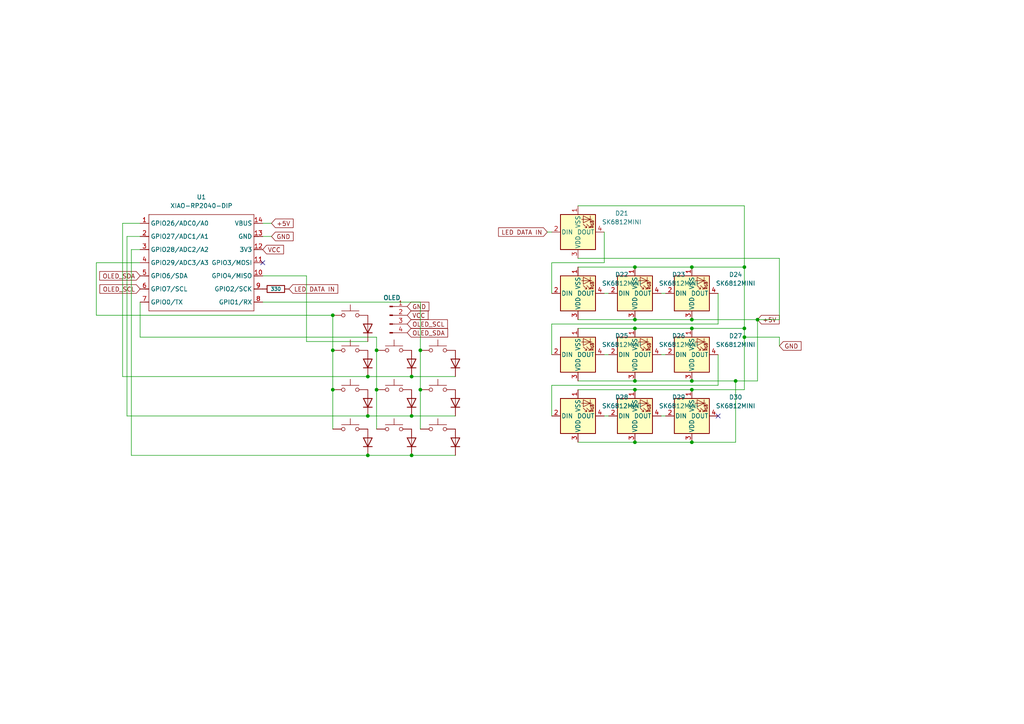
<source format=kicad_sch>
(kicad_sch
	(version 20250114)
	(generator "eeschema")
	(generator_version "9.0")
	(uuid "eac07061-d61d-466e-ad53-56cf25438de7")
	(paper "A4")
	(lib_symbols
		(symbol "Connector:Conn_01x04_Pin"
			(pin_names
				(offset 1.016)
				(hide yes)
			)
			(exclude_from_sim no)
			(in_bom yes)
			(on_board yes)
			(property "Reference" "J"
				(at 0 5.08 0)
				(effects
					(font
						(size 1.27 1.27)
					)
				)
			)
			(property "Value" "Conn_01x04_Pin"
				(at 0 -7.62 0)
				(effects
					(font
						(size 1.27 1.27)
					)
				)
			)
			(property "Footprint" ""
				(at 0 0 0)
				(effects
					(font
						(size 1.27 1.27)
					)
					(hide yes)
				)
			)
			(property "Datasheet" "~"
				(at 0 0 0)
				(effects
					(font
						(size 1.27 1.27)
					)
					(hide yes)
				)
			)
			(property "Description" "Generic connector, single row, 01x04, script generated"
				(at 0 0 0)
				(effects
					(font
						(size 1.27 1.27)
					)
					(hide yes)
				)
			)
			(property "ki_locked" ""
				(at 0 0 0)
				(effects
					(font
						(size 1.27 1.27)
					)
				)
			)
			(property "ki_keywords" "connector"
				(at 0 0 0)
				(effects
					(font
						(size 1.27 1.27)
					)
					(hide yes)
				)
			)
			(property "ki_fp_filters" "Connector*:*_1x??_*"
				(at 0 0 0)
				(effects
					(font
						(size 1.27 1.27)
					)
					(hide yes)
				)
			)
			(symbol "Conn_01x04_Pin_1_1"
				(rectangle
					(start 0.8636 2.667)
					(end 0 2.413)
					(stroke
						(width 0.1524)
						(type default)
					)
					(fill
						(type outline)
					)
				)
				(rectangle
					(start 0.8636 0.127)
					(end 0 -0.127)
					(stroke
						(width 0.1524)
						(type default)
					)
					(fill
						(type outline)
					)
				)
				(rectangle
					(start 0.8636 -2.413)
					(end 0 -2.667)
					(stroke
						(width 0.1524)
						(type default)
					)
					(fill
						(type outline)
					)
				)
				(rectangle
					(start 0.8636 -4.953)
					(end 0 -5.207)
					(stroke
						(width 0.1524)
						(type default)
					)
					(fill
						(type outline)
					)
				)
				(polyline
					(pts
						(xy 1.27 2.54) (xy 0.8636 2.54)
					)
					(stroke
						(width 0.1524)
						(type default)
					)
					(fill
						(type none)
					)
				)
				(polyline
					(pts
						(xy 1.27 0) (xy 0.8636 0)
					)
					(stroke
						(width 0.1524)
						(type default)
					)
					(fill
						(type none)
					)
				)
				(polyline
					(pts
						(xy 1.27 -2.54) (xy 0.8636 -2.54)
					)
					(stroke
						(width 0.1524)
						(type default)
					)
					(fill
						(type none)
					)
				)
				(polyline
					(pts
						(xy 1.27 -5.08) (xy 0.8636 -5.08)
					)
					(stroke
						(width 0.1524)
						(type default)
					)
					(fill
						(type none)
					)
				)
				(pin passive line
					(at 5.08 2.54 180)
					(length 3.81)
					(name "Pin_1"
						(effects
							(font
								(size 1.27 1.27)
							)
						)
					)
					(number "1"
						(effects
							(font
								(size 1.27 1.27)
							)
						)
					)
				)
				(pin passive line
					(at 5.08 0 180)
					(length 3.81)
					(name "Pin_2"
						(effects
							(font
								(size 1.27 1.27)
							)
						)
					)
					(number "2"
						(effects
							(font
								(size 1.27 1.27)
							)
						)
					)
				)
				(pin passive line
					(at 5.08 -2.54 180)
					(length 3.81)
					(name "Pin_3"
						(effects
							(font
								(size 1.27 1.27)
							)
						)
					)
					(number "3"
						(effects
							(font
								(size 1.27 1.27)
							)
						)
					)
				)
				(pin passive line
					(at 5.08 -5.08 180)
					(length 3.81)
					(name "Pin_4"
						(effects
							(font
								(size 1.27 1.27)
							)
						)
					)
					(number "4"
						(effects
							(font
								(size 1.27 1.27)
							)
						)
					)
				)
			)
			(embedded_fonts no)
		)
		(symbol "Device:D"
			(pin_numbers
				(hide yes)
			)
			(pin_names
				(offset 1.016)
				(hide yes)
			)
			(exclude_from_sim no)
			(in_bom yes)
			(on_board yes)
			(property "Reference" "D"
				(at 0 2.54 0)
				(effects
					(font
						(size 1.27 1.27)
					)
				)
			)
			(property "Value" "D"
				(at 0 -2.54 0)
				(effects
					(font
						(size 1.27 1.27)
					)
				)
			)
			(property "Footprint" ""
				(at 0 0 0)
				(effects
					(font
						(size 1.27 1.27)
					)
					(hide yes)
				)
			)
			(property "Datasheet" "~"
				(at 0 0 0)
				(effects
					(font
						(size 1.27 1.27)
					)
					(hide yes)
				)
			)
			(property "Description" "Diode"
				(at 0 0 0)
				(effects
					(font
						(size 1.27 1.27)
					)
					(hide yes)
				)
			)
			(property "Sim.Device" "D"
				(at 0 0 0)
				(effects
					(font
						(size 1.27 1.27)
					)
					(hide yes)
				)
			)
			(property "Sim.Pins" "1=K 2=A"
				(at 0 0 0)
				(effects
					(font
						(size 1.27 1.27)
					)
					(hide yes)
				)
			)
			(property "ki_keywords" "diode"
				(at 0 0 0)
				(effects
					(font
						(size 1.27 1.27)
					)
					(hide yes)
				)
			)
			(property "ki_fp_filters" "TO-???* *_Diode_* *SingleDiode* D_*"
				(at 0 0 0)
				(effects
					(font
						(size 1.27 1.27)
					)
					(hide yes)
				)
			)
			(symbol "D_0_1"
				(polyline
					(pts
						(xy -1.27 1.27) (xy -1.27 -1.27)
					)
					(stroke
						(width 0.254)
						(type default)
					)
					(fill
						(type none)
					)
				)
				(polyline
					(pts
						(xy 1.27 1.27) (xy 1.27 -1.27) (xy -1.27 0) (xy 1.27 1.27)
					)
					(stroke
						(width 0.254)
						(type default)
					)
					(fill
						(type none)
					)
				)
				(polyline
					(pts
						(xy 1.27 0) (xy -1.27 0)
					)
					(stroke
						(width 0)
						(type default)
					)
					(fill
						(type none)
					)
				)
			)
			(symbol "D_1_1"
				(pin passive line
					(at -3.81 0 0)
					(length 2.54)
					(name "K"
						(effects
							(font
								(size 1.27 1.27)
							)
						)
					)
					(number "1"
						(effects
							(font
								(size 1.27 1.27)
							)
						)
					)
				)
				(pin passive line
					(at 3.81 0 180)
					(length 2.54)
					(name "A"
						(effects
							(font
								(size 1.27 1.27)
							)
						)
					)
					(number "2"
						(effects
							(font
								(size 1.27 1.27)
							)
						)
					)
				)
			)
			(embedded_fonts no)
		)
		(symbol "Device:R"
			(pin_numbers
				(hide yes)
			)
			(pin_names
				(offset 0)
			)
			(exclude_from_sim no)
			(in_bom yes)
			(on_board yes)
			(property "Reference" "R"
				(at 2.032 0 90)
				(effects
					(font
						(size 1.27 1.27)
					)
				)
			)
			(property "Value" "R"
				(at 0 0 90)
				(effects
					(font
						(size 1.27 1.27)
					)
				)
			)
			(property "Footprint" ""
				(at -1.778 0 90)
				(effects
					(font
						(size 1.27 1.27)
					)
					(hide yes)
				)
			)
			(property "Datasheet" "~"
				(at 0 0 0)
				(effects
					(font
						(size 1.27 1.27)
					)
					(hide yes)
				)
			)
			(property "Description" "Resistor"
				(at 0 0 0)
				(effects
					(font
						(size 1.27 1.27)
					)
					(hide yes)
				)
			)
			(property "ki_keywords" "R res resistor"
				(at 0 0 0)
				(effects
					(font
						(size 1.27 1.27)
					)
					(hide yes)
				)
			)
			(property "ki_fp_filters" "R_*"
				(at 0 0 0)
				(effects
					(font
						(size 1.27 1.27)
					)
					(hide yes)
				)
			)
			(symbol "R_0_1"
				(rectangle
					(start -1.016 -2.54)
					(end 1.016 2.54)
					(stroke
						(width 0.254)
						(type default)
					)
					(fill
						(type none)
					)
				)
			)
			(symbol "R_1_1"
				(pin passive line
					(at 0 3.81 270)
					(length 1.27)
					(name "~"
						(effects
							(font
								(size 1.27 1.27)
							)
						)
					)
					(number "1"
						(effects
							(font
								(size 1.27 1.27)
							)
						)
					)
				)
				(pin passive line
					(at 0 -3.81 90)
					(length 1.27)
					(name "~"
						(effects
							(font
								(size 1.27 1.27)
							)
						)
					)
					(number "2"
						(effects
							(font
								(size 1.27 1.27)
							)
						)
					)
				)
			)
			(embedded_fonts no)
		)
		(symbol "SK6812:SK6812MINI"
			(pin_names
				(offset 0.254)
			)
			(exclude_from_sim no)
			(in_bom yes)
			(on_board yes)
			(property "Reference" "D"
				(at 5.08 5.715 0)
				(effects
					(font
						(size 1.27 1.27)
					)
					(justify right bottom)
				)
			)
			(property "Value" "SK6812MINI"
				(at 1.27 -5.715 0)
				(effects
					(font
						(size 1.27 1.27)
					)
					(justify left top)
				)
			)
			(property "Footprint" "LED_SMD:LED_SK6812MINI_PLCC4_3.5x3.5mm_P1.75mm"
				(at 1.27 -7.62 0)
				(effects
					(font
						(size 1.27 1.27)
					)
					(justify left top)
					(hide yes)
				)
			)
			(property "Datasheet" "https://cdn-shop.adafruit.com/product-files/2686/SK6812MINI_REV.01-1-2.pdf"
				(at 2.54 -9.525 0)
				(effects
					(font
						(size 1.27 1.27)
					)
					(justify left top)
					(hide yes)
				)
			)
			(property "Description" "RGB LED with integrated controller"
				(at 0 0 0)
				(effects
					(font
						(size 1.27 1.27)
					)
					(hide yes)
				)
			)
			(property "ki_keywords" "RGB LED NeoPixel Mini addressable"
				(at 0 0 0)
				(effects
					(font
						(size 1.27 1.27)
					)
					(hide yes)
				)
			)
			(property "ki_fp_filters" "LED*SK6812MINI*PLCC*3.5x3.5mm*P1.75mm*"
				(at 0 0 0)
				(effects
					(font
						(size 1.27 1.27)
					)
					(hide yes)
				)
			)
			(symbol "SK6812MINI_0_0"
				(text "RGB"
					(at 2.286 -4.191 0)
					(effects
						(font
							(size 0.762 0.762)
						)
					)
				)
			)
			(symbol "SK6812MINI_0_1"
				(polyline
					(pts
						(xy 1.27 -2.54) (xy 1.778 -2.54)
					)
					(stroke
						(width 0)
						(type default)
					)
					(fill
						(type none)
					)
				)
				(polyline
					(pts
						(xy 1.27 -3.556) (xy 1.778 -3.556)
					)
					(stroke
						(width 0)
						(type default)
					)
					(fill
						(type none)
					)
				)
				(polyline
					(pts
						(xy 2.286 -1.524) (xy 1.27 -2.54) (xy 1.27 -2.032)
					)
					(stroke
						(width 0)
						(type default)
					)
					(fill
						(type none)
					)
				)
				(polyline
					(pts
						(xy 2.286 -2.54) (xy 1.27 -3.556) (xy 1.27 -3.048)
					)
					(stroke
						(width 0)
						(type default)
					)
					(fill
						(type none)
					)
				)
				(polyline
					(pts
						(xy 3.683 -1.016) (xy 3.683 -3.556) (xy 3.683 -4.064)
					)
					(stroke
						(width 0)
						(type default)
					)
					(fill
						(type none)
					)
				)
				(polyline
					(pts
						(xy 4.699 -1.524) (xy 2.667 -1.524) (xy 3.683 -3.556) (xy 4.699 -1.524)
					)
					(stroke
						(width 0)
						(type default)
					)
					(fill
						(type none)
					)
				)
				(polyline
					(pts
						(xy 4.699 -3.556) (xy 2.667 -3.556)
					)
					(stroke
						(width 0)
						(type default)
					)
					(fill
						(type none)
					)
				)
				(rectangle
					(start 5.08 5.08)
					(end -5.08 -5.08)
					(stroke
						(width 0.254)
						(type default)
					)
					(fill
						(type background)
					)
				)
			)
			(symbol "SK6812MINI_1_1"
				(pin power_in line
					(at -7.62 0 0)
					(length 2.54)
					(name "VDD"
						(effects
							(font
								(size 1.27 1.27)
							)
						)
					)
					(number "3"
						(effects
							(font
								(size 1.27 1.27)
							)
						)
					)
				)
				(pin input line
					(at 0 7.62 270)
					(length 2.54)
					(name "DIN"
						(effects
							(font
								(size 1.27 1.27)
							)
						)
					)
					(number "2"
						(effects
							(font
								(size 1.27 1.27)
							)
						)
					)
				)
				(pin output line
					(at 0 -7.62 90)
					(length 2.54)
					(name "DOUT"
						(effects
							(font
								(size 1.27 1.27)
							)
						)
					)
					(number "4"
						(effects
							(font
								(size 1.27 1.27)
							)
						)
					)
				)
				(pin power_in line
					(at 7.62 0 180)
					(length 2.54)
					(name "VSS"
						(effects
							(font
								(size 1.27 1.27)
							)
						)
					)
					(number "1"
						(effects
							(font
								(size 1.27 1.27)
							)
						)
					)
				)
			)
			(embedded_fonts no)
		)
		(symbol "Switch:SW_Push"
			(pin_numbers
				(hide yes)
			)
			(pin_names
				(offset 1.016)
				(hide yes)
			)
			(exclude_from_sim no)
			(in_bom yes)
			(on_board yes)
			(property "Reference" "SW"
				(at 1.27 2.54 0)
				(effects
					(font
						(size 1.27 1.27)
					)
					(justify left)
				)
			)
			(property "Value" "SW_Push"
				(at 0 -1.524 0)
				(effects
					(font
						(size 1.27 1.27)
					)
				)
			)
			(property "Footprint" ""
				(at 0 5.08 0)
				(effects
					(font
						(size 1.27 1.27)
					)
					(hide yes)
				)
			)
			(property "Datasheet" "~"
				(at 0 5.08 0)
				(effects
					(font
						(size 1.27 1.27)
					)
					(hide yes)
				)
			)
			(property "Description" "Push button switch, generic, two pins"
				(at 0 0 0)
				(effects
					(font
						(size 1.27 1.27)
					)
					(hide yes)
				)
			)
			(property "ki_keywords" "switch normally-open pushbutton push-button"
				(at 0 0 0)
				(effects
					(font
						(size 1.27 1.27)
					)
					(hide yes)
				)
			)
			(symbol "SW_Push_0_1"
				(circle
					(center -2.032 0)
					(radius 0.508)
					(stroke
						(width 0)
						(type default)
					)
					(fill
						(type none)
					)
				)
				(polyline
					(pts
						(xy 0 1.27) (xy 0 3.048)
					)
					(stroke
						(width 0)
						(type default)
					)
					(fill
						(type none)
					)
				)
				(circle
					(center 2.032 0)
					(radius 0.508)
					(stroke
						(width 0)
						(type default)
					)
					(fill
						(type none)
					)
				)
				(polyline
					(pts
						(xy 2.54 1.27) (xy -2.54 1.27)
					)
					(stroke
						(width 0)
						(type default)
					)
					(fill
						(type none)
					)
				)
				(pin passive line
					(at -5.08 0 0)
					(length 2.54)
					(name "1"
						(effects
							(font
								(size 1.27 1.27)
							)
						)
					)
					(number "1"
						(effects
							(font
								(size 1.27 1.27)
							)
						)
					)
				)
				(pin passive line
					(at 5.08 0 180)
					(length 2.54)
					(name "2"
						(effects
							(font
								(size 1.27 1.27)
							)
						)
					)
					(number "2"
						(effects
							(font
								(size 1.27 1.27)
							)
						)
					)
				)
			)
			(embedded_fonts no)
		)
		(symbol "XIAO Series:XIAO-RP2040-DIP"
			(exclude_from_sim no)
			(in_bom yes)
			(on_board yes)
			(property "Reference" "U"
				(at 0 0 0)
				(effects
					(font
						(size 1.27 1.27)
					)
				)
			)
			(property "Value" "XIAO-RP2040-DIP"
				(at 5.334 -1.778 0)
				(effects
					(font
						(size 1.27 1.27)
					)
				)
			)
			(property "Footprint" "Module:MOUDLE14P-XIAO-DIP-SMD"
				(at 14.478 -32.258 0)
				(effects
					(font
						(size 1.27 1.27)
					)
					(hide yes)
				)
			)
			(property "Datasheet" ""
				(at 0 0 0)
				(effects
					(font
						(size 1.27 1.27)
					)
					(hide yes)
				)
			)
			(property "Description" ""
				(at 0 0 0)
				(effects
					(font
						(size 1.27 1.27)
					)
					(hide yes)
				)
			)
			(symbol "XIAO-RP2040-DIP_1_0"
				(polyline
					(pts
						(xy -1.27 -2.54) (xy 29.21 -2.54)
					)
					(stroke
						(width 0.1524)
						(type solid)
					)
					(fill
						(type none)
					)
				)
				(polyline
					(pts
						(xy -1.27 -5.08) (xy -2.54 -5.08)
					)
					(stroke
						(width 0.1524)
						(type solid)
					)
					(fill
						(type none)
					)
				)
				(polyline
					(pts
						(xy -1.27 -5.08) (xy -1.27 -2.54)
					)
					(stroke
						(width 0.1524)
						(type solid)
					)
					(fill
						(type none)
					)
				)
				(polyline
					(pts
						(xy -1.27 -8.89) (xy -2.54 -8.89)
					)
					(stroke
						(width 0.1524)
						(type solid)
					)
					(fill
						(type none)
					)
				)
				(polyline
					(pts
						(xy -1.27 -8.89) (xy -1.27 -5.08)
					)
					(stroke
						(width 0.1524)
						(type solid)
					)
					(fill
						(type none)
					)
				)
				(polyline
					(pts
						(xy -1.27 -12.7) (xy -2.54 -12.7)
					)
					(stroke
						(width 0.1524)
						(type solid)
					)
					(fill
						(type none)
					)
				)
				(polyline
					(pts
						(xy -1.27 -12.7) (xy -1.27 -8.89)
					)
					(stroke
						(width 0.1524)
						(type solid)
					)
					(fill
						(type none)
					)
				)
				(polyline
					(pts
						(xy -1.27 -16.51) (xy -2.54 -16.51)
					)
					(stroke
						(width 0.1524)
						(type solid)
					)
					(fill
						(type none)
					)
				)
				(polyline
					(pts
						(xy -1.27 -16.51) (xy -1.27 -12.7)
					)
					(stroke
						(width 0.1524)
						(type solid)
					)
					(fill
						(type none)
					)
				)
				(polyline
					(pts
						(xy -1.27 -20.32) (xy -2.54 -20.32)
					)
					(stroke
						(width 0.1524)
						(type solid)
					)
					(fill
						(type none)
					)
				)
				(polyline
					(pts
						(xy -1.27 -24.13) (xy -2.54 -24.13)
					)
					(stroke
						(width 0.1524)
						(type solid)
					)
					(fill
						(type none)
					)
				)
				(polyline
					(pts
						(xy -1.27 -27.94) (xy -2.54 -27.94)
					)
					(stroke
						(width 0.1524)
						(type solid)
					)
					(fill
						(type none)
					)
				)
				(polyline
					(pts
						(xy -1.27 -30.48) (xy -1.27 -16.51)
					)
					(stroke
						(width 0.1524)
						(type solid)
					)
					(fill
						(type none)
					)
				)
				(polyline
					(pts
						(xy 29.21 -2.54) (xy 29.21 -5.08)
					)
					(stroke
						(width 0.1524)
						(type solid)
					)
					(fill
						(type none)
					)
				)
				(polyline
					(pts
						(xy 29.21 -5.08) (xy 29.21 -8.89)
					)
					(stroke
						(width 0.1524)
						(type solid)
					)
					(fill
						(type none)
					)
				)
				(polyline
					(pts
						(xy 29.21 -8.89) (xy 29.21 -12.7)
					)
					(stroke
						(width 0.1524)
						(type solid)
					)
					(fill
						(type none)
					)
				)
				(polyline
					(pts
						(xy 29.21 -12.7) (xy 29.21 -30.48)
					)
					(stroke
						(width 0.1524)
						(type solid)
					)
					(fill
						(type none)
					)
				)
				(polyline
					(pts
						(xy 29.21 -30.48) (xy -1.27 -30.48)
					)
					(stroke
						(width 0.1524)
						(type solid)
					)
					(fill
						(type none)
					)
				)
				(polyline
					(pts
						(xy 30.48 -5.08) (xy 29.21 -5.08)
					)
					(stroke
						(width 0.1524)
						(type solid)
					)
					(fill
						(type none)
					)
				)
				(polyline
					(pts
						(xy 30.48 -8.89) (xy 29.21 -8.89)
					)
					(stroke
						(width 0.1524)
						(type solid)
					)
					(fill
						(type none)
					)
				)
				(polyline
					(pts
						(xy 30.48 -12.7) (xy 29.21 -12.7)
					)
					(stroke
						(width 0.1524)
						(type solid)
					)
					(fill
						(type none)
					)
				)
				(polyline
					(pts
						(xy 30.48 -16.51) (xy 29.21 -16.51)
					)
					(stroke
						(width 0.1524)
						(type solid)
					)
					(fill
						(type none)
					)
				)
				(polyline
					(pts
						(xy 30.48 -20.32) (xy 29.21 -20.32)
					)
					(stroke
						(width 0.1524)
						(type solid)
					)
					(fill
						(type none)
					)
				)
				(polyline
					(pts
						(xy 30.48 -24.13) (xy 29.21 -24.13)
					)
					(stroke
						(width 0.1524)
						(type solid)
					)
					(fill
						(type none)
					)
				)
				(polyline
					(pts
						(xy 30.48 -27.94) (xy 29.21 -27.94)
					)
					(stroke
						(width 0.1524)
						(type solid)
					)
					(fill
						(type none)
					)
				)
				(pin passive line
					(at -3.81 -5.08 0)
					(length 2.54)
					(name "GPIO26/ADC0/A0"
						(effects
							(font
								(size 1.27 1.27)
							)
						)
					)
					(number "1"
						(effects
							(font
								(size 1.27 1.27)
							)
						)
					)
				)
				(pin passive line
					(at -3.81 -8.89 0)
					(length 2.54)
					(name "GPIO27/ADC1/A1"
						(effects
							(font
								(size 1.27 1.27)
							)
						)
					)
					(number "2"
						(effects
							(font
								(size 1.27 1.27)
							)
						)
					)
				)
				(pin passive line
					(at -3.81 -12.7 0)
					(length 2.54)
					(name "GPIO28/ADC2/A2"
						(effects
							(font
								(size 1.27 1.27)
							)
						)
					)
					(number "3"
						(effects
							(font
								(size 1.27 1.27)
							)
						)
					)
				)
				(pin passive line
					(at -3.81 -16.51 0)
					(length 2.54)
					(name "GPIO29/ADC3/A3"
						(effects
							(font
								(size 1.27 1.27)
							)
						)
					)
					(number "4"
						(effects
							(font
								(size 1.27 1.27)
							)
						)
					)
				)
				(pin passive line
					(at -3.81 -20.32 0)
					(length 2.54)
					(name "GPIO6/SDA"
						(effects
							(font
								(size 1.27 1.27)
							)
						)
					)
					(number "5"
						(effects
							(font
								(size 1.27 1.27)
							)
						)
					)
				)
				(pin passive line
					(at -3.81 -24.13 0)
					(length 2.54)
					(name "GPIO7/SCL"
						(effects
							(font
								(size 1.27 1.27)
							)
						)
					)
					(number "6"
						(effects
							(font
								(size 1.27 1.27)
							)
						)
					)
				)
				(pin passive line
					(at -3.81 -27.94 0)
					(length 2.54)
					(name "GPIO0/TX"
						(effects
							(font
								(size 1.27 1.27)
							)
						)
					)
					(number "7"
						(effects
							(font
								(size 1.27 1.27)
							)
						)
					)
				)
				(pin passive line
					(at 31.75 -5.08 180)
					(length 2.54)
					(name "VBUS"
						(effects
							(font
								(size 1.27 1.27)
							)
						)
					)
					(number "14"
						(effects
							(font
								(size 1.27 1.27)
							)
						)
					)
				)
				(pin passive line
					(at 31.75 -8.89 180)
					(length 2.54)
					(name "GND"
						(effects
							(font
								(size 1.27 1.27)
							)
						)
					)
					(number "13"
						(effects
							(font
								(size 1.27 1.27)
							)
						)
					)
				)
				(pin passive line
					(at 31.75 -12.7 180)
					(length 2.54)
					(name "3V3"
						(effects
							(font
								(size 1.27 1.27)
							)
						)
					)
					(number "12"
						(effects
							(font
								(size 1.27 1.27)
							)
						)
					)
				)
				(pin passive line
					(at 31.75 -16.51 180)
					(length 2.54)
					(name "GPIO3/MOSI"
						(effects
							(font
								(size 1.27 1.27)
							)
						)
					)
					(number "11"
						(effects
							(font
								(size 1.27 1.27)
							)
						)
					)
				)
				(pin passive line
					(at 31.75 -20.32 180)
					(length 2.54)
					(name "GPIO4/MISO"
						(effects
							(font
								(size 1.27 1.27)
							)
						)
					)
					(number "10"
						(effects
							(font
								(size 1.27 1.27)
							)
						)
					)
				)
				(pin passive line
					(at 31.75 -24.13 180)
					(length 2.54)
					(name "GPIO2/SCK"
						(effects
							(font
								(size 1.27 1.27)
							)
						)
					)
					(number "9"
						(effects
							(font
								(size 1.27 1.27)
							)
						)
					)
				)
				(pin passive line
					(at 31.75 -27.94 180)
					(length 2.54)
					(name "GPIO1/RX"
						(effects
							(font
								(size 1.27 1.27)
							)
						)
					)
					(number "8"
						(effects
							(font
								(size 1.27 1.27)
							)
						)
					)
				)
			)
			(embedded_fonts no)
		)
	)
	(junction
		(at 184.15 113.03)
		(diameter 0)
		(color 0 0 0 0)
		(uuid "0eae81db-9424-4e08-89a9-a189064261cf")
	)
	(junction
		(at 106.68 132.08)
		(diameter 0)
		(color 0 0 0 0)
		(uuid "11726d2d-a144-4bfa-9432-61e6be00e138")
	)
	(junction
		(at 200.66 110.49)
		(diameter 0)
		(color 0 0 0 0)
		(uuid "258c11c9-428d-46e0-a801-322e14bb9510")
	)
	(junction
		(at 121.92 101.6)
		(diameter 0)
		(color 0 0 0 0)
		(uuid "26459356-0ccf-451d-819d-974f198f3ee9")
	)
	(junction
		(at 215.9 77.47)
		(diameter 0)
		(color 0 0 0 0)
		(uuid "28a707b2-c6f7-429b-ac7b-78ca1058da75")
	)
	(junction
		(at 106.68 109.22)
		(diameter 0)
		(color 0 0 0 0)
		(uuid "2b282fbe-4d81-4098-882b-6a77de8dfd41")
	)
	(junction
		(at 184.15 128.27)
		(diameter 0)
		(color 0 0 0 0)
		(uuid "2b9a8245-12eb-4b41-b756-a21e6a67da90")
	)
	(junction
		(at 184.15 110.49)
		(diameter 0)
		(color 0 0 0 0)
		(uuid "3422502b-7324-44e9-b1f6-6302f1ae9d84")
	)
	(junction
		(at 200.66 113.03)
		(diameter 0)
		(color 0 0 0 0)
		(uuid "360d5ae1-6ee8-4542-9be6-a15f898996a9")
	)
	(junction
		(at 106.68 120.65)
		(diameter 0)
		(color 0 0 0 0)
		(uuid "3f5eccb2-7f14-4a79-b2d9-1c8f90e1be36")
	)
	(junction
		(at 215.9 95.25)
		(diameter 0)
		(color 0 0 0 0)
		(uuid "496b6656-341f-4dbe-930c-1884e4efcc97")
	)
	(junction
		(at 213.36 110.49)
		(diameter 0)
		(color 0 0 0 0)
		(uuid "4bd1434d-3f16-44bb-9289-6bc2abbbd262")
	)
	(junction
		(at 119.38 120.65)
		(diameter 0)
		(color 0 0 0 0)
		(uuid "54c1de12-2b92-446f-8693-6fc5bb2d9eb7")
	)
	(junction
		(at 96.52 113.03)
		(diameter 0)
		(color 0 0 0 0)
		(uuid "6ac05577-9174-4e9e-92a5-57c8e63d6f9b")
	)
	(junction
		(at 200.66 128.27)
		(diameter 0)
		(color 0 0 0 0)
		(uuid "73aca1f6-b183-4988-82de-7c2b0a93acc8")
	)
	(junction
		(at 96.52 91.44)
		(diameter 0)
		(color 0 0 0 0)
		(uuid "74b76bb2-fea8-481a-8931-42d5463d1c42")
	)
	(junction
		(at 184.15 95.25)
		(diameter 0)
		(color 0 0 0 0)
		(uuid "7a35df4a-eb77-419d-bc61-82091945befb")
	)
	(junction
		(at 184.15 92.71)
		(diameter 0)
		(color 0 0 0 0)
		(uuid "85834987-8dbc-4bd8-ad44-a4442bb39711")
	)
	(junction
		(at 109.22 101.6)
		(diameter 0)
		(color 0 0 0 0)
		(uuid "88392284-5440-4308-b53c-6a88ddc38cbc")
	)
	(junction
		(at 119.38 132.08)
		(diameter 0)
		(color 0 0 0 0)
		(uuid "88983e25-6c3e-48dc-bffb-51b4eb16abe4")
	)
	(junction
		(at 200.66 92.71)
		(diameter 0)
		(color 0 0 0 0)
		(uuid "8f03adea-2e4b-4faf-a333-2e3427aa2c1b")
	)
	(junction
		(at 200.66 95.25)
		(diameter 0)
		(color 0 0 0 0)
		(uuid "995bac7e-d593-49ef-bbb4-3caf66062894")
	)
	(junction
		(at 119.38 109.22)
		(diameter 0)
		(color 0 0 0 0)
		(uuid "a2448aca-a92d-41b3-9b49-52b877d45294")
	)
	(junction
		(at 219.71 92.71)
		(diameter 0)
		(color 0 0 0 0)
		(uuid "bcffeae1-3f41-46ce-bc38-99d052f49a9c")
	)
	(junction
		(at 96.52 101.6)
		(diameter 0)
		(color 0 0 0 0)
		(uuid "c00bfde6-c182-474c-922d-0e7a9c69aeef")
	)
	(junction
		(at 184.15 77.47)
		(diameter 0)
		(color 0 0 0 0)
		(uuid "d9b3c396-3a4e-4d98-9908-6519e8b41e53")
	)
	(junction
		(at 109.22 113.03)
		(diameter 0)
		(color 0 0 0 0)
		(uuid "da433dd0-cb37-4a18-a709-dec2a36d9c6b")
	)
	(junction
		(at 200.66 77.47)
		(diameter 0)
		(color 0 0 0 0)
		(uuid "e36280c8-0b04-428d-bd4b-f58ab089970b")
	)
	(junction
		(at 215.9 97.79)
		(diameter 0)
		(color 0 0 0 0)
		(uuid "ef08f074-5cc9-4453-88d9-13f9b28800e3")
	)
	(junction
		(at 121.92 113.03)
		(diameter 0)
		(color 0 0 0 0)
		(uuid "f868ee48-68bc-44d2-9f2b-9a48ab3fbe47")
	)
	(no_connect
		(at 208.28 120.65)
		(uuid "32757ef3-4631-4e28-92dd-300f4213be91")
	)
	(no_connect
		(at 76.2 76.2)
		(uuid "e5b504b6-ab57-40bc-a1bb-9a134cf0e903")
	)
	(wire
		(pts
			(xy 27.94 91.44) (xy 96.52 91.44)
		)
		(stroke
			(width 0)
			(type default)
		)
		(uuid "023d71be-de86-4c7a-b090-5ef9f91bc6c4")
	)
	(wire
		(pts
			(xy 213.36 110.49) (xy 200.66 110.49)
		)
		(stroke
			(width 0)
			(type default)
		)
		(uuid "09e72ba3-72fb-4e26-98aa-12f7ded89b9c")
	)
	(wire
		(pts
			(xy 167.64 113.03) (xy 184.15 113.03)
		)
		(stroke
			(width 0)
			(type default)
		)
		(uuid "0c5642be-ae3f-4764-a46b-c43f2e41f58b")
	)
	(wire
		(pts
			(xy 35.56 109.22) (xy 35.56 64.77)
		)
		(stroke
			(width 0)
			(type default)
		)
		(uuid "1061c98d-de03-4e42-8eaf-f05d50b75006")
	)
	(wire
		(pts
			(xy 184.15 77.47) (xy 167.64 77.47)
		)
		(stroke
			(width 0)
			(type default)
		)
		(uuid "1072152c-dd98-4df7-9a14-4df5f4d06c24")
	)
	(wire
		(pts
			(xy 184.15 95.25) (xy 167.64 95.25)
		)
		(stroke
			(width 0)
			(type default)
		)
		(uuid "11d261c1-2e4e-4230-a59d-4676c9795f96")
	)
	(wire
		(pts
			(xy 219.71 92.71) (xy 219.71 110.49)
		)
		(stroke
			(width 0)
			(type default)
		)
		(uuid "12b83423-d814-431c-a9ee-22ed2ae0569c")
	)
	(wire
		(pts
			(xy 38.1 72.39) (xy 40.64 72.39)
		)
		(stroke
			(width 0)
			(type default)
		)
		(uuid "1691546c-083a-4902-a844-a018c364600f")
	)
	(wire
		(pts
			(xy 160.02 93.98) (xy 160.02 102.87)
		)
		(stroke
			(width 0)
			(type default)
		)
		(uuid "19f36128-1b35-46a2-8152-310090dc4f5d")
	)
	(wire
		(pts
			(xy 208.28 93.98) (xy 160.02 93.98)
		)
		(stroke
			(width 0)
			(type default)
		)
		(uuid "1dcba600-0581-4e14-8321-e0105a761630")
	)
	(wire
		(pts
			(xy 88.9 80.01) (xy 76.2 80.01)
		)
		(stroke
			(width 0)
			(type default)
		)
		(uuid "22c446b6-b171-48b3-9177-8eb8f2beff43")
	)
	(wire
		(pts
			(xy 200.66 92.71) (xy 219.71 92.71)
		)
		(stroke
			(width 0)
			(type default)
		)
		(uuid "2355937c-f4aa-4760-9570-e01fbebe9df3")
	)
	(wire
		(pts
			(xy 121.92 101.6) (xy 121.92 113.03)
		)
		(stroke
			(width 0)
			(type default)
		)
		(uuid "24ac3d8e-5768-48ec-bb34-c4ee444aba01")
	)
	(wire
		(pts
			(xy 184.15 128.27) (xy 200.66 128.27)
		)
		(stroke
			(width 0)
			(type default)
		)
		(uuid "25879466-90e5-404c-8015-f5eebce41230")
	)
	(wire
		(pts
			(xy 76.2 68.58) (xy 78.74 68.58)
		)
		(stroke
			(width 0)
			(type default)
		)
		(uuid "271df440-3f9a-4316-884a-02ef2c28f8aa")
	)
	(wire
		(pts
			(xy 167.64 74.93) (xy 226.06 74.93)
		)
		(stroke
			(width 0)
			(type default)
		)
		(uuid "2c3c960c-8a3a-44c1-ba30-b06656dcd4c5")
	)
	(wire
		(pts
			(xy 208.28 85.09) (xy 208.28 93.98)
		)
		(stroke
			(width 0)
			(type default)
		)
		(uuid "2ce6932d-3189-4f72-8178-7b9229a47f46")
	)
	(wire
		(pts
			(xy 40.64 97.79) (xy 40.64 87.63)
		)
		(stroke
			(width 0)
			(type default)
		)
		(uuid "345065bb-bbcc-4827-9094-9eba9fa7b416")
	)
	(wire
		(pts
			(xy 109.22 101.6) (xy 109.22 113.03)
		)
		(stroke
			(width 0)
			(type default)
		)
		(uuid "351c3e95-59df-4ae1-9373-7a497c418835")
	)
	(wire
		(pts
			(xy 119.38 132.08) (xy 132.08 132.08)
		)
		(stroke
			(width 0)
			(type default)
		)
		(uuid "356dd0c7-c787-4a68-8dfb-ec14acf8523f")
	)
	(wire
		(pts
			(xy 106.68 109.22) (xy 35.56 109.22)
		)
		(stroke
			(width 0)
			(type default)
		)
		(uuid "38938889-de73-4b9a-b6e9-0452dfa94edf")
	)
	(wire
		(pts
			(xy 38.1 132.08) (xy 106.68 132.08)
		)
		(stroke
			(width 0)
			(type default)
		)
		(uuid "389a391c-718c-4060-aa99-14f396361e36")
	)
	(wire
		(pts
			(xy 215.9 77.47) (xy 215.9 95.25)
		)
		(stroke
			(width 0)
			(type default)
		)
		(uuid "3c219654-f3e3-4ccc-8f22-dd8df73779a0")
	)
	(wire
		(pts
			(xy 184.15 113.03) (xy 200.66 113.03)
		)
		(stroke
			(width 0)
			(type default)
		)
		(uuid "3c2b2dcb-792a-48aa-a87b-0528be88dd86")
	)
	(wire
		(pts
			(xy 215.9 113.03) (xy 215.9 97.79)
		)
		(stroke
			(width 0)
			(type default)
		)
		(uuid "3e1beb79-19dc-4913-822c-5a792c3de996")
	)
	(wire
		(pts
			(xy 191.77 85.09) (xy 193.04 85.09)
		)
		(stroke
			(width 0)
			(type default)
		)
		(uuid "3e993fa6-570e-419f-b755-65b66e88c553")
	)
	(wire
		(pts
			(xy 167.64 128.27) (xy 184.15 128.27)
		)
		(stroke
			(width 0)
			(type default)
		)
		(uuid "430575cd-8f2f-4669-9979-c7693abd9d2a")
	)
	(wire
		(pts
			(xy 215.9 95.25) (xy 200.66 95.25)
		)
		(stroke
			(width 0)
			(type default)
		)
		(uuid "43583fd5-5dae-4371-a8f1-62b4e244d3b2")
	)
	(wire
		(pts
			(xy 200.66 77.47) (xy 184.15 77.47)
		)
		(stroke
			(width 0)
			(type default)
		)
		(uuid "46d4c042-b084-4044-a77d-661f7fca1952")
	)
	(wire
		(pts
			(xy 27.94 91.44) (xy 27.94 76.2)
		)
		(stroke
			(width 0)
			(type default)
		)
		(uuid "4850adf8-f21f-4262-884f-a43e6c1e8435")
	)
	(wire
		(pts
			(xy 106.68 132.08) (xy 119.38 132.08)
		)
		(stroke
			(width 0)
			(type default)
		)
		(uuid "4a02f61e-a5eb-4d52-8346-9b7c095c92e9")
	)
	(wire
		(pts
			(xy 215.9 77.47) (xy 200.66 77.47)
		)
		(stroke
			(width 0)
			(type default)
		)
		(uuid "4a1149d2-c51a-476c-8ed4-6f1ac60ffb5d")
	)
	(wire
		(pts
			(xy 132.08 120.65) (xy 119.38 120.65)
		)
		(stroke
			(width 0)
			(type default)
		)
		(uuid "4f6ded3c-665f-4b61-aefc-d2a033a66eb0")
	)
	(wire
		(pts
			(xy 36.83 68.58) (xy 40.64 68.58)
		)
		(stroke
			(width 0)
			(type default)
		)
		(uuid "52540f1b-c802-4bc6-b29a-162b214db689")
	)
	(wire
		(pts
			(xy 36.83 68.58) (xy 36.83 120.65)
		)
		(stroke
			(width 0)
			(type default)
		)
		(uuid "5272267d-6e1c-4f38-9e66-adc9e1922333")
	)
	(wire
		(pts
			(xy 96.52 101.6) (xy 96.52 113.03)
		)
		(stroke
			(width 0)
			(type default)
		)
		(uuid "54d138cc-9382-43af-8369-84cf7a9c42e3")
	)
	(wire
		(pts
			(xy 175.26 85.09) (xy 176.53 85.09)
		)
		(stroke
			(width 0)
			(type default)
		)
		(uuid "57f509a3-02b0-4226-8f1c-2ef2092af51b")
	)
	(wire
		(pts
			(xy 184.15 92.71) (xy 200.66 92.71)
		)
		(stroke
			(width 0)
			(type default)
		)
		(uuid "5d6071bb-cf8b-4bc1-917e-61e60f4b352d")
	)
	(wire
		(pts
			(xy 96.52 91.44) (xy 96.52 101.6)
		)
		(stroke
			(width 0)
			(type default)
		)
		(uuid "61c0ddeb-a811-47c6-8ef4-bd77cfef22b2")
	)
	(wire
		(pts
			(xy 215.9 59.69) (xy 215.9 77.47)
		)
		(stroke
			(width 0)
			(type default)
		)
		(uuid "6557b5c5-2684-4e48-a36e-e743b9a87790")
	)
	(wire
		(pts
			(xy 106.68 120.65) (xy 36.83 120.65)
		)
		(stroke
			(width 0)
			(type default)
		)
		(uuid "6adbc886-4fab-4daa-87ea-92c61ee7b833")
	)
	(wire
		(pts
			(xy 191.77 102.87) (xy 193.04 102.87)
		)
		(stroke
			(width 0)
			(type default)
		)
		(uuid "6e4d6c3e-0fb3-4e95-955b-770dc1c515e0")
	)
	(wire
		(pts
			(xy 35.56 64.77) (xy 40.64 64.77)
		)
		(stroke
			(width 0)
			(type default)
		)
		(uuid "74f38442-84f6-40eb-a5cd-a4d125a9002d")
	)
	(wire
		(pts
			(xy 76.2 64.77) (xy 78.74 64.77)
		)
		(stroke
			(width 0)
			(type default)
		)
		(uuid "794ea6e4-99b1-4a0a-a7fb-936a7c36eaf8")
	)
	(wire
		(pts
			(xy 215.9 97.79) (xy 215.9 95.25)
		)
		(stroke
			(width 0)
			(type default)
		)
		(uuid "7a7cf2eb-6173-403b-8a2c-9728d88f1228")
	)
	(wire
		(pts
			(xy 76.2 87.63) (xy 121.92 87.63)
		)
		(stroke
			(width 0)
			(type default)
		)
		(uuid "7b1a82b9-f8d7-4679-a598-6a2aff7b642c")
	)
	(wire
		(pts
			(xy 175.26 67.31) (xy 175.26 76.2)
		)
		(stroke
			(width 0)
			(type default)
		)
		(uuid "838e2079-ee96-4298-8571-c05ca815ac86")
	)
	(wire
		(pts
			(xy 119.38 120.65) (xy 106.68 120.65)
		)
		(stroke
			(width 0)
			(type default)
		)
		(uuid "8d4f1ba7-22df-41dc-bbce-74eb4c90c34b")
	)
	(wire
		(pts
			(xy 158.75 67.31) (xy 160.02 67.31)
		)
		(stroke
			(width 0)
			(type default)
		)
		(uuid "8e87c590-089a-430c-a126-978fbb2b3bde")
	)
	(wire
		(pts
			(xy 226.06 74.93) (xy 226.06 92.71)
		)
		(stroke
			(width 0)
			(type default)
		)
		(uuid "8f7f0d23-212e-4de7-8d60-8b387d8b678a")
	)
	(wire
		(pts
			(xy 208.28 102.87) (xy 208.28 111.76)
		)
		(stroke
			(width 0)
			(type default)
		)
		(uuid "909c276c-e031-47f0-b632-68a75603a4ce")
	)
	(wire
		(pts
			(xy 191.77 120.65) (xy 193.04 120.65)
		)
		(stroke
			(width 0)
			(type default)
		)
		(uuid "936b4225-87d8-4672-b57b-7dc36ff621ae")
	)
	(wire
		(pts
			(xy 175.26 102.87) (xy 176.53 102.87)
		)
		(stroke
			(width 0)
			(type default)
		)
		(uuid "a0c7d520-d43d-4e43-ba2d-f0344489d42b")
	)
	(wire
		(pts
			(xy 109.22 101.6) (xy 109.22 97.79)
		)
		(stroke
			(width 0)
			(type default)
		)
		(uuid "a3860f41-3489-4387-9b50-af6f2fab2636")
	)
	(wire
		(pts
			(xy 38.1 72.39) (xy 38.1 132.08)
		)
		(stroke
			(width 0)
			(type default)
		)
		(uuid "a6fa5b5c-17ae-4f47-b20a-0a339d52a3a0")
	)
	(wire
		(pts
			(xy 200.66 110.49) (xy 184.15 110.49)
		)
		(stroke
			(width 0)
			(type default)
		)
		(uuid "aa137e45-4055-48c3-9c83-45d05f8cbf98")
	)
	(wire
		(pts
			(xy 121.92 101.6) (xy 121.92 87.63)
		)
		(stroke
			(width 0)
			(type default)
		)
		(uuid "ab496c9c-f5f8-455a-86e7-56faf76c7627")
	)
	(wire
		(pts
			(xy 200.66 95.25) (xy 184.15 95.25)
		)
		(stroke
			(width 0)
			(type default)
		)
		(uuid "b032d6aa-75a6-4502-b0df-8e1233ab4fe1")
	)
	(wire
		(pts
			(xy 175.26 76.2) (xy 160.02 76.2)
		)
		(stroke
			(width 0)
			(type default)
		)
		(uuid "b117b13d-3a1f-466e-82a7-b5efa22abe17")
	)
	(wire
		(pts
			(xy 184.15 110.49) (xy 167.64 110.49)
		)
		(stroke
			(width 0)
			(type default)
		)
		(uuid "b25910b2-56a9-45d6-af01-6eaa7341f145")
	)
	(wire
		(pts
			(xy 106.68 109.22) (xy 119.38 109.22)
		)
		(stroke
			(width 0)
			(type default)
		)
		(uuid "b33cd75f-9bf0-4349-986c-36dccb45a955")
	)
	(wire
		(pts
			(xy 109.22 113.03) (xy 109.22 124.46)
		)
		(stroke
			(width 0)
			(type default)
		)
		(uuid "b7994b4d-9966-4a1f-aec9-f0daaef61909")
	)
	(wire
		(pts
			(xy 160.02 76.2) (xy 160.02 85.09)
		)
		(stroke
			(width 0)
			(type default)
		)
		(uuid "b92823c0-b831-43ed-be26-9887b71d0006")
	)
	(wire
		(pts
			(xy 226.06 100.33) (xy 226.06 97.79)
		)
		(stroke
			(width 0)
			(type default)
		)
		(uuid "c0daa450-a559-46c2-abc6-11d58ce5f926")
	)
	(wire
		(pts
			(xy 119.38 109.22) (xy 132.08 109.22)
		)
		(stroke
			(width 0)
			(type default)
		)
		(uuid "c40f9c34-0b42-444d-a09b-796db91ef3eb")
	)
	(wire
		(pts
			(xy 200.66 128.27) (xy 213.36 128.27)
		)
		(stroke
			(width 0)
			(type default)
		)
		(uuid "c7f2d95a-290f-49f3-8296-93c47bbdad57")
	)
	(wire
		(pts
			(xy 167.64 59.69) (xy 215.9 59.69)
		)
		(stroke
			(width 0)
			(type default)
		)
		(uuid "ce01355b-3a5c-42bf-90ce-cf9a7a4f3f69")
	)
	(wire
		(pts
			(xy 200.66 113.03) (xy 215.9 113.03)
		)
		(stroke
			(width 0)
			(type default)
		)
		(uuid "cefea1a0-5b22-442f-88d8-287d01412dc4")
	)
	(wire
		(pts
			(xy 109.22 97.79) (xy 40.64 97.79)
		)
		(stroke
			(width 0)
			(type default)
		)
		(uuid "cf68d19f-b238-4723-b82d-c50be6e61bc2")
	)
	(wire
		(pts
			(xy 175.26 120.65) (xy 176.53 120.65)
		)
		(stroke
			(width 0)
			(type default)
		)
		(uuid "cfa99d3e-065c-4965-9c37-513198ca3c1d")
	)
	(wire
		(pts
			(xy 27.94 76.2) (xy 40.64 76.2)
		)
		(stroke
			(width 0)
			(type default)
		)
		(uuid "d1894c1f-1854-48e4-8e8c-e421f6b65bc1")
	)
	(wire
		(pts
			(xy 208.28 111.76) (xy 160.02 111.76)
		)
		(stroke
			(width 0)
			(type default)
		)
		(uuid "d2c865d4-49ad-4bba-9b53-de9b4d155d78")
	)
	(wire
		(pts
			(xy 88.9 99.06) (xy 88.9 80.01)
		)
		(stroke
			(width 0)
			(type default)
		)
		(uuid "d77ff81b-d50f-408e-a634-9c816bd07f70")
	)
	(wire
		(pts
			(xy 121.92 113.03) (xy 121.92 124.46)
		)
		(stroke
			(width 0)
			(type default)
		)
		(uuid "db18feaa-430c-4329-80a9-821c83c656f5")
	)
	(wire
		(pts
			(xy 167.64 92.71) (xy 184.15 92.71)
		)
		(stroke
			(width 0)
			(type default)
		)
		(uuid "dc719e40-d05e-492f-9957-ce8d843f6d67")
	)
	(wire
		(pts
			(xy 160.02 111.76) (xy 160.02 120.65)
		)
		(stroke
			(width 0)
			(type default)
		)
		(uuid "dd049873-5a26-4720-b389-5f7044115e82")
	)
	(wire
		(pts
			(xy 96.52 113.03) (xy 96.52 124.46)
		)
		(stroke
			(width 0)
			(type default)
		)
		(uuid "e709f637-4a41-495e-b081-2d583d0a8290")
	)
	(wire
		(pts
			(xy 213.36 128.27) (xy 213.36 110.49)
		)
		(stroke
			(width 0)
			(type default)
		)
		(uuid "e8718028-7182-4b3b-949a-f450d8b90949")
	)
	(wire
		(pts
			(xy 106.68 99.06) (xy 88.9 99.06)
		)
		(stroke
			(width 0)
			(type default)
		)
		(uuid "f82eb7c5-dfca-4c7e-84e3-e9187fe8f5ed")
	)
	(wire
		(pts
			(xy 215.9 97.79) (xy 226.06 97.79)
		)
		(stroke
			(width 0)
			(type default)
		)
		(uuid "fd4b11ab-cff1-4f8f-ac48-fa23d4c925c0")
	)
	(wire
		(pts
			(xy 219.71 110.49) (xy 213.36 110.49)
		)
		(stroke
			(width 0)
			(type default)
		)
		(uuid "fdef3122-3b4d-45e7-916c-8dca9088c134")
	)
	(wire
		(pts
			(xy 219.71 92.71) (xy 226.06 92.71)
		)
		(stroke
			(width 0)
			(type default)
		)
		(uuid "fed22350-a906-474b-b043-995298b0d015")
	)
	(global_label "OLED_SCL"
		(shape input)
		(at 118.11 93.98 0)
		(fields_autoplaced yes)
		(effects
			(font
				(size 1.27 1.27)
			)
			(justify left)
		)
		(uuid "12ddae56-5706-4a47-90b8-98077a045e5f")
		(property "Intersheetrefs" "${INTERSHEET_REFS}"
			(at 130.348 93.98 0)
			(effects
				(font
					(size 1.27 1.27)
				)
				(justify left)
				(hide yes)
			)
		)
	)
	(global_label "OLED_SDA"
		(shape input)
		(at 40.64 80.01 180)
		(fields_autoplaced yes)
		(effects
			(font
				(size 1.27 1.27)
			)
			(justify right)
		)
		(uuid "1741b03e-a12e-429f-beff-e95782a907f1")
		(property "Intersheetrefs" "${INTERSHEET_REFS}"
			(at 28.3415 80.01 0)
			(effects
				(font
					(size 1.27 1.27)
				)
				(justify right)
				(hide yes)
			)
		)
	)
	(global_label "GND"
		(shape input)
		(at 78.74 68.58 0)
		(fields_autoplaced yes)
		(effects
			(font
				(size 1.27 1.27)
			)
			(justify left)
		)
		(uuid "3e7c97a5-f3d5-4210-83df-0717507783d3")
		(property "Intersheetrefs" "${INTERSHEET_REFS}"
			(at 85.5957 68.58 0)
			(effects
				(font
					(size 1.27 1.27)
				)
				(justify left)
				(hide yes)
			)
		)
	)
	(global_label "OLED_SDA"
		(shape input)
		(at 118.11 96.52 0)
		(fields_autoplaced yes)
		(effects
			(font
				(size 1.27 1.27)
			)
			(justify left)
		)
		(uuid "46ad469b-9619-4810-92c7-81a6dbfabaa4")
		(property "Intersheetrefs" "${INTERSHEET_REFS}"
			(at 130.4085 96.52 0)
			(effects
				(font
					(size 1.27 1.27)
				)
				(justify left)
				(hide yes)
			)
		)
	)
	(global_label "OLED_SCL"
		(shape input)
		(at 40.64 83.82 180)
		(fields_autoplaced yes)
		(effects
			(font
				(size 1.27 1.27)
			)
			(justify right)
		)
		(uuid "4e6d3464-72f7-433f-8aa6-dd4a0e9f40ab")
		(property "Intersheetrefs" "${INTERSHEET_REFS}"
			(at 28.402 83.82 0)
			(effects
				(font
					(size 1.27 1.27)
				)
				(justify right)
				(hide yes)
			)
		)
	)
	(global_label "+5V"
		(shape input)
		(at 78.74 64.77 0)
		(fields_autoplaced yes)
		(effects
			(font
				(size 1.27 1.27)
			)
			(justify left)
		)
		(uuid "66364a0d-8890-4964-ace2-de259dac0479")
		(property "Intersheetrefs" "${INTERSHEET_REFS}"
			(at 85.5957 64.77 0)
			(effects
				(font
					(size 1.27 1.27)
				)
				(justify left)
				(hide yes)
			)
		)
	)
	(global_label "GND"
		(shape input)
		(at 226.06 100.33 0)
		(fields_autoplaced yes)
		(effects
			(font
				(size 1.27 1.27)
			)
			(justify left)
		)
		(uuid "68aa45fb-586e-41f1-aaac-81bb0ca3942f")
		(property "Intersheetrefs" "${INTERSHEET_REFS}"
			(at 232.9157 100.33 0)
			(effects
				(font
					(size 1.27 1.27)
				)
				(justify left)
				(hide yes)
			)
		)
	)
	(global_label "+5V"
		(shape input)
		(at 219.71 92.71 0)
		(fields_autoplaced yes)
		(effects
			(font
				(size 1.27 1.27)
			)
			(justify left)
		)
		(uuid "8332b21c-3587-4511-bf66-4349ba937d6f")
		(property "Intersheetrefs" "${INTERSHEET_REFS}"
			(at 226.5657 92.71 0)
			(effects
				(font
					(size 1.27 1.27)
				)
				(justify left)
				(hide yes)
			)
		)
	)
	(global_label "VCC"
		(shape input)
		(at 118.11 91.44 0)
		(fields_autoplaced yes)
		(effects
			(font
				(size 1.27 1.27)
			)
			(justify left)
		)
		(uuid "91444be9-f31e-4b4b-82fc-24d1a25c6f64")
		(property "Intersheetrefs" "${INTERSHEET_REFS}"
			(at 124.7238 91.44 0)
			(effects
				(font
					(size 1.27 1.27)
				)
				(justify left)
				(hide yes)
			)
		)
	)
	(global_label "VCC"
		(shape input)
		(at 76.2 72.39 0)
		(fields_autoplaced yes)
		(effects
			(font
				(size 1.27 1.27)
			)
			(justify left)
		)
		(uuid "a6e73f97-a5c3-428d-81f1-ea597b9e622f")
		(property "Intersheetrefs" "${INTERSHEET_REFS}"
			(at 82.8138 72.39 0)
			(effects
				(font
					(size 1.27 1.27)
				)
				(justify left)
				(hide yes)
			)
		)
	)
	(global_label "LED DATA IN"
		(shape input)
		(at 158.75 67.31 180)
		(fields_autoplaced yes)
		(effects
			(font
				(size 1.27 1.27)
			)
			(justify right)
		)
		(uuid "b558d277-9fc8-4fb5-a14b-d40027643b8f")
		(property "Intersheetrefs" "${INTERSHEET_REFS}"
			(at 144.0324 67.31 0)
			(effects
				(font
					(size 1.27 1.27)
				)
				(justify right)
				(hide yes)
			)
		)
	)
	(global_label "GND"
		(shape input)
		(at 118.11 88.9 0)
		(fields_autoplaced yes)
		(effects
			(font
				(size 1.27 1.27)
			)
			(justify left)
		)
		(uuid "e620ba54-9aee-4e42-8d86-90aeae4335b0")
		(property "Intersheetrefs" "${INTERSHEET_REFS}"
			(at 124.9657 88.9 0)
			(effects
				(font
					(size 1.27 1.27)
				)
				(justify left)
				(hide yes)
			)
		)
	)
	(global_label "LED DATA IN"
		(shape input)
		(at 83.82 83.82 0)
		(fields_autoplaced yes)
		(effects
			(font
				(size 1.27 1.27)
			)
			(justify left)
		)
		(uuid "ff74b605-78a8-4c75-8f8e-eca220d62e3f")
		(property "Intersheetrefs" "${INTERSHEET_REFS}"
			(at 98.5376 83.82 0)
			(effects
				(font
					(size 1.27 1.27)
				)
				(justify left)
				(hide yes)
			)
		)
	)
	(symbol
		(lib_id "SK6812:SK6812MINI")
		(at 167.64 85.09 90)
		(unit 1)
		(exclude_from_sim no)
		(in_bom yes)
		(on_board yes)
		(dnp no)
		(fields_autoplaced yes)
		(uuid "0344b72a-95f7-4405-9abb-6404349bd918")
		(property "Reference" "D22"
			(at 180.34 79.6446 90)
			(effects
				(font
					(size 1.27 1.27)
				)
			)
		)
		(property "Value" "SK6812MINI"
			(at 180.34 82.1846 90)
			(effects
				(font
					(size 1.27 1.27)
				)
			)
		)
		(property "Footprint" "Hack Club flag:MX_SK6812MINI-E"
			(at 175.26 83.82 0)
			(effects
				(font
					(size 1.27 1.27)
				)
				(justify left top)
				(hide yes)
			)
		)
		(property "Datasheet" "https://cdn-shop.adafruit.com/product-files/2686/SK6812MINI_REV.01-1-2.pdf"
			(at 177.165 82.55 0)
			(effects
				(font
					(size 1.27 1.27)
				)
				(justify left top)
				(hide yes)
			)
		)
		(property "Description" "RGB LED with integrated controller"
			(at 167.64 85.09 0)
			(effects
				(font
					(size 1.27 1.27)
				)
				(hide yes)
			)
		)
		(pin "3"
			(uuid "ad6c24e1-c7de-41a5-a990-642f6e73ad2a")
		)
		(pin "2"
			(uuid "72d45f98-91c8-41a9-b8da-f45d7f68e907")
		)
		(pin "4"
			(uuid "975f7168-4fc3-43f9-bd08-b8226c832ea5")
		)
		(pin "1"
			(uuid "63f4ca8f-330b-4ef9-902c-d77079b04678")
		)
		(instances
			(project ""
				(path "/eac07061-d61d-466e-ad53-56cf25438de7"
					(reference "D22")
					(unit 1)
				)
			)
		)
	)
	(symbol
		(lib_id "Device:D")
		(at 106.68 95.25 90)
		(unit 1)
		(exclude_from_sim no)
		(in_bom yes)
		(on_board yes)
		(dnp no)
		(fields_autoplaced yes)
		(uuid "0bb7300a-98c9-472b-929f-2827897d2691")
		(property "Reference" "D10"
			(at 100.33 95.25 0)
			(effects
				(font
					(size 1.27 1.27)
				)
				(hide yes)
			)
		)
		(property "Value" "D"
			(at 102.87 95.25 0)
			(effects
				(font
					(size 1.27 1.27)
				)
				(hide yes)
			)
		)
		(property "Footprint" "Diode_THT:D_DO-35_SOD27_P7.62mm_Horizontal"
			(at 106.68 95.25 0)
			(effects
				(font
					(size 1.27 1.27)
				)
				(hide yes)
			)
		)
		(property "Datasheet" "~"
			(at 106.68 95.25 0)
			(effects
				(font
					(size 1.27 1.27)
				)
				(hide yes)
			)
		)
		(property "Description" "Diode"
			(at 106.68 95.25 0)
			(effects
				(font
					(size 1.27 1.27)
				)
				(hide yes)
			)
		)
		(property "Sim.Device" "D"
			(at 106.68 95.25 0)
			(effects
				(font
					(size 1.27 1.27)
				)
				(hide yes)
			)
		)
		(property "Sim.Pins" "1=K 2=A"
			(at 106.68 95.25 0)
			(effects
				(font
					(size 1.27 1.27)
				)
				(hide yes)
			)
		)
		(pin "1"
			(uuid "e852756b-0425-462e-b3a8-f004cfe64967")
		)
		(pin "2"
			(uuid "c6cab5ac-0fcc-49cd-adb9-9d16a1b23851")
		)
		(instances
			(project ""
				(path "/eac07061-d61d-466e-ad53-56cf25438de7"
					(reference "D10")
					(unit 1)
				)
			)
		)
	)
	(symbol
		(lib_id "SK6812:SK6812MINI")
		(at 167.64 120.65 90)
		(unit 1)
		(exclude_from_sim no)
		(in_bom yes)
		(on_board yes)
		(dnp no)
		(fields_autoplaced yes)
		(uuid "0cc21138-81b7-424a-a3a7-e1ddbb513c44")
		(property "Reference" "D28"
			(at 180.34 115.2046 90)
			(effects
				(font
					(size 1.27 1.27)
				)
			)
		)
		(property "Value" "SK6812MINI"
			(at 180.34 117.7446 90)
			(effects
				(font
					(size 1.27 1.27)
				)
			)
		)
		(property "Footprint" "Hack Club flag:MX_SK6812MINI-E"
			(at 175.26 119.38 0)
			(effects
				(font
					(size 1.27 1.27)
				)
				(justify left top)
				(hide yes)
			)
		)
		(property "Datasheet" "https://cdn-shop.adafruit.com/product-files/2686/SK6812MINI_REV.01-1-2.pdf"
			(at 177.165 118.11 0)
			(effects
				(font
					(size 1.27 1.27)
				)
				(justify left top)
				(hide yes)
			)
		)
		(property "Description" "RGB LED with integrated controller"
			(at 167.64 120.65 0)
			(effects
				(font
					(size 1.27 1.27)
				)
				(hide yes)
			)
		)
		(pin "3"
			(uuid "ad6c24e1-c7de-41a5-a990-642f6e73ad2b")
		)
		(pin "2"
			(uuid "72d45f98-91c8-41a9-b8da-f45d7f68e908")
		)
		(pin "4"
			(uuid "975f7168-4fc3-43f9-bd08-b8226c832ea6")
		)
		(pin "1"
			(uuid "63f4ca8f-330b-4ef9-902c-d77079b04679")
		)
		(instances
			(project ""
				(path "/eac07061-d61d-466e-ad53-56cf25438de7"
					(reference "D28")
					(unit 1)
				)
			)
		)
	)
	(symbol
		(lib_id "Switch:SW_Push")
		(at 114.3 113.03 0)
		(unit 1)
		(exclude_from_sim no)
		(in_bom yes)
		(on_board yes)
		(dnp no)
		(fields_autoplaced yes)
		(uuid "1dd92c1d-02d8-4f8f-9115-605410bf5192")
		(property "Reference" "SW5"
			(at 114.3 105.41 0)
			(effects
				(font
					(size 1.27 1.27)
				)
				(hide yes)
			)
		)
		(property "Value" "SW_Push"
			(at 114.3 107.95 0)
			(effects
				(font
					(size 1.27 1.27)
				)
				(hide yes)
			)
		)
		(property "Footprint" "Button_Switch_Keyboard:SW_Cherry_MX_1.00u_PCB"
			(at 114.3 107.95 0)
			(effects
				(font
					(size 1.27 1.27)
				)
				(hide yes)
			)
		)
		(property "Datasheet" "~"
			(at 114.3 107.95 0)
			(effects
				(font
					(size 1.27 1.27)
				)
				(hide yes)
			)
		)
		(property "Description" "Push button switch, generic, two pins"
			(at 114.3 113.03 0)
			(effects
				(font
					(size 1.27 1.27)
				)
				(hide yes)
			)
		)
		(pin "2"
			(uuid "ea71879d-551b-459f-885b-b8af1c4e9062")
		)
		(pin "1"
			(uuid "b6117a86-04fd-489f-bf13-190522698564")
		)
		(instances
			(project ""
				(path "/eac07061-d61d-466e-ad53-56cf25438de7"
					(reference "SW5")
					(unit 1)
				)
			)
		)
	)
	(symbol
		(lib_id "Switch:SW_Push")
		(at 127 113.03 0)
		(unit 1)
		(exclude_from_sim no)
		(in_bom yes)
		(on_board yes)
		(dnp no)
		(fields_autoplaced yes)
		(uuid "1f8cb81a-b55e-4bbe-a380-5beca8615cfc")
		(property "Reference" "SW6"
			(at 127 105.41 0)
			(effects
				(font
					(size 1.27 1.27)
				)
				(hide yes)
			)
		)
		(property "Value" "SW_Push"
			(at 127 107.95 0)
			(effects
				(font
					(size 1.27 1.27)
				)
				(hide yes)
			)
		)
		(property "Footprint" "Button_Switch_Keyboard:SW_Cherry_MX_1.00u_PCB"
			(at 127 107.95 0)
			(effects
				(font
					(size 1.27 1.27)
				)
				(hide yes)
			)
		)
		(property "Datasheet" "~"
			(at 127 107.95 0)
			(effects
				(font
					(size 1.27 1.27)
				)
				(hide yes)
			)
		)
		(property "Description" "Push button switch, generic, two pins"
			(at 127 113.03 0)
			(effects
				(font
					(size 1.27 1.27)
				)
				(hide yes)
			)
		)
		(pin "2"
			(uuid "ea71879d-551b-459f-885b-b8af1c4e9063")
		)
		(pin "1"
			(uuid "b6117a86-04fd-489f-bf13-190522698565")
		)
		(instances
			(project ""
				(path "/eac07061-d61d-466e-ad53-56cf25438de7"
					(reference "SW6")
					(unit 1)
				)
			)
		)
	)
	(symbol
		(lib_id "SK6812:SK6812MINI")
		(at 200.66 102.87 90)
		(unit 1)
		(exclude_from_sim no)
		(in_bom yes)
		(on_board yes)
		(dnp no)
		(fields_autoplaced yes)
		(uuid "2d6543cc-090d-497c-a639-2e91ea2b0d7d")
		(property "Reference" "D27"
			(at 213.36 97.4246 90)
			(effects
				(font
					(size 1.27 1.27)
				)
			)
		)
		(property "Value" "SK6812MINI"
			(at 213.36 99.9646 90)
			(effects
				(font
					(size 1.27 1.27)
				)
			)
		)
		(property "Footprint" "Hack Club flag:MX_SK6812MINI-E"
			(at 208.28 101.6 0)
			(effects
				(font
					(size 1.27 1.27)
				)
				(justify left top)
				(hide yes)
			)
		)
		(property "Datasheet" "https://cdn-shop.adafruit.com/product-files/2686/SK6812MINI_REV.01-1-2.pdf"
			(at 210.185 100.33 0)
			(effects
				(font
					(size 1.27 1.27)
				)
				(justify left top)
				(hide yes)
			)
		)
		(property "Description" "RGB LED with integrated controller"
			(at 200.66 102.87 0)
			(effects
				(font
					(size 1.27 1.27)
				)
				(hide yes)
			)
		)
		(pin "3"
			(uuid "ad6c24e1-c7de-41a5-a990-642f6e73ad2c")
		)
		(pin "2"
			(uuid "72d45f98-91c8-41a9-b8da-f45d7f68e909")
		)
		(pin "4"
			(uuid "975f7168-4fc3-43f9-bd08-b8226c832ea7")
		)
		(pin "1"
			(uuid "63f4ca8f-330b-4ef9-902c-d77079b0467a")
		)
		(instances
			(project ""
				(path "/eac07061-d61d-466e-ad53-56cf25438de7"
					(reference "D27")
					(unit 1)
				)
			)
		)
	)
	(symbol
		(lib_id "Switch:SW_Push")
		(at 101.6 124.46 0)
		(unit 1)
		(exclude_from_sim no)
		(in_bom yes)
		(on_board yes)
		(dnp no)
		(fields_autoplaced yes)
		(uuid "31de4758-f479-47e2-b346-2962e0d9f358")
		(property "Reference" "SW7"
			(at 101.6 116.84 0)
			(effects
				(font
					(size 1.27 1.27)
				)
				(hide yes)
			)
		)
		(property "Value" "SW_Push"
			(at 101.6 119.38 0)
			(effects
				(font
					(size 1.27 1.27)
				)
				(hide yes)
			)
		)
		(property "Footprint" "Button_Switch_Keyboard:SW_Cherry_MX_1.00u_PCB"
			(at 101.6 119.38 0)
			(effects
				(font
					(size 1.27 1.27)
				)
				(hide yes)
			)
		)
		(property "Datasheet" "~"
			(at 101.6 119.38 0)
			(effects
				(font
					(size 1.27 1.27)
				)
				(hide yes)
			)
		)
		(property "Description" "Push button switch, generic, two pins"
			(at 101.6 124.46 0)
			(effects
				(font
					(size 1.27 1.27)
				)
				(hide yes)
			)
		)
		(pin "2"
			(uuid "ea71879d-551b-459f-885b-b8af1c4e9064")
		)
		(pin "1"
			(uuid "b6117a86-04fd-489f-bf13-190522698566")
		)
		(instances
			(project ""
				(path "/eac07061-d61d-466e-ad53-56cf25438de7"
					(reference "SW7")
					(unit 1)
				)
			)
		)
	)
	(symbol
		(lib_id "SK6812:SK6812MINI")
		(at 184.15 85.09 90)
		(unit 1)
		(exclude_from_sim no)
		(in_bom yes)
		(on_board yes)
		(dnp no)
		(fields_autoplaced yes)
		(uuid "344b34e9-8c9e-4575-80c0-a9fed98eb80d")
		(property "Reference" "D23"
			(at 196.85 79.6446 90)
			(effects
				(font
					(size 1.27 1.27)
				)
			)
		)
		(property "Value" "SK6812MINI"
			(at 196.85 82.1846 90)
			(effects
				(font
					(size 1.27 1.27)
				)
			)
		)
		(property "Footprint" "Hack Club flag:MX_SK6812MINI-E"
			(at 191.77 83.82 0)
			(effects
				(font
					(size 1.27 1.27)
				)
				(justify left top)
				(hide yes)
			)
		)
		(property "Datasheet" "https://cdn-shop.adafruit.com/product-files/2686/SK6812MINI_REV.01-1-2.pdf"
			(at 193.675 82.55 0)
			(effects
				(font
					(size 1.27 1.27)
				)
				(justify left top)
				(hide yes)
			)
		)
		(property "Description" "RGB LED with integrated controller"
			(at 184.15 85.09 0)
			(effects
				(font
					(size 1.27 1.27)
				)
				(hide yes)
			)
		)
		(pin "3"
			(uuid "ad6c24e1-c7de-41a5-a990-642f6e73ad2d")
		)
		(pin "2"
			(uuid "72d45f98-91c8-41a9-b8da-f45d7f68e90a")
		)
		(pin "4"
			(uuid "975f7168-4fc3-43f9-bd08-b8226c832ea8")
		)
		(pin "1"
			(uuid "63f4ca8f-330b-4ef9-902c-d77079b0467b")
		)
		(instances
			(project ""
				(path "/eac07061-d61d-466e-ad53-56cf25438de7"
					(reference "D23")
					(unit 1)
				)
			)
		)
	)
	(symbol
		(lib_id "XIAO Series:XIAO-RP2040-DIP")
		(at 44.45 59.69 0)
		(unit 1)
		(exclude_from_sim no)
		(in_bom yes)
		(on_board yes)
		(dnp no)
		(fields_autoplaced yes)
		(uuid "3b7b6d2e-87fa-48ca-8d6d-ef9412ffbccb")
		(property "Reference" "U1"
			(at 58.42 57.15 0)
			(effects
				(font
					(size 1.27 1.27)
				)
			)
		)
		(property "Value" "XIAO-RP2040-DIP"
			(at 58.42 59.69 0)
			(effects
				(font
					(size 1.27 1.27)
				)
			)
		)
		(property "Footprint" "XIAO SERIES:XIAO-RP2040-DIP"
			(at 58.928 91.948 0)
			(effects
				(font
					(size 1.27 1.27)
				)
				(hide yes)
			)
		)
		(property "Datasheet" ""
			(at 44.45 59.69 0)
			(effects
				(font
					(size 1.27 1.27)
				)
				(hide yes)
			)
		)
		(property "Description" ""
			(at 44.45 59.69 0)
			(effects
				(font
					(size 1.27 1.27)
				)
				(hide yes)
			)
		)
		(pin "6"
			(uuid "ea5eebb7-a976-4910-b3e3-52e58b5b073b")
		)
		(pin "3"
			(uuid "3b86a0b1-9c91-467b-9f4c-ff3b0e5fd5cb")
		)
		(pin "7"
			(uuid "5b09c97c-48ad-4d5d-8ceb-b798de9dd828")
		)
		(pin "2"
			(uuid "407d6bb8-acff-4921-96b8-116950745302")
		)
		(pin "9"
			(uuid "7922de07-ec6b-433c-ab24-b486a1c99d0e")
		)
		(pin "5"
			(uuid "44064b36-3463-47a3-b379-0ab11f9b99b9")
		)
		(pin "11"
			(uuid "5ca7b267-ea1e-4403-8ff1-39e2b894e5bb")
		)
		(pin "1"
			(uuid "b947010f-cf1f-492b-a14f-19f96032a14c")
		)
		(pin "14"
			(uuid "f64b91c9-a70a-4332-aa69-ac19f9fa940d")
		)
		(pin "10"
			(uuid "0579e70f-09c2-4187-9eea-e444b387dc9f")
		)
		(pin "8"
			(uuid "9a7b3312-d636-4e2b-8ab4-70df05f3dc01")
		)
		(pin "12"
			(uuid "12051322-77b0-4b37-bb14-fda40b2ec228")
		)
		(pin "4"
			(uuid "67355c89-1154-42e0-aaf2-4dca379f3eac")
		)
		(pin "13"
			(uuid "7f7b89bb-9561-476f-b9c3-128737d64309")
		)
		(instances
			(project ""
				(path "/eac07061-d61d-466e-ad53-56cf25438de7"
					(reference "U1")
					(unit 1)
				)
			)
		)
	)
	(symbol
		(lib_id "Switch:SW_Push")
		(at 101.6 113.03 0)
		(unit 1)
		(exclude_from_sim no)
		(in_bom yes)
		(on_board yes)
		(dnp no)
		(fields_autoplaced yes)
		(uuid "481c1471-ef11-47e5-8805-2e10b4ab16e4")
		(property "Reference" "SW4"
			(at 101.6 105.41 0)
			(effects
				(font
					(size 1.27 1.27)
				)
				(hide yes)
			)
		)
		(property "Value" "SW_Push"
			(at 101.6 107.95 0)
			(effects
				(font
					(size 1.27 1.27)
				)
				(hide yes)
			)
		)
		(property "Footprint" "Button_Switch_Keyboard:SW_Cherry_MX_1.00u_PCB"
			(at 101.6 107.95 0)
			(effects
				(font
					(size 1.27 1.27)
				)
				(hide yes)
			)
		)
		(property "Datasheet" "~"
			(at 101.6 107.95 0)
			(effects
				(font
					(size 1.27 1.27)
				)
				(hide yes)
			)
		)
		(property "Description" "Push button switch, generic, two pins"
			(at 101.6 113.03 0)
			(effects
				(font
					(size 1.27 1.27)
				)
				(hide yes)
			)
		)
		(pin "2"
			(uuid "ea71879d-551b-459f-885b-b8af1c4e9065")
		)
		(pin "1"
			(uuid "b6117a86-04fd-489f-bf13-190522698567")
		)
		(instances
			(project ""
				(path "/eac07061-d61d-466e-ad53-56cf25438de7"
					(reference "SW4")
					(unit 1)
				)
			)
		)
	)
	(symbol
		(lib_id "Device:D")
		(at 106.68 128.27 90)
		(unit 1)
		(exclude_from_sim no)
		(in_bom yes)
		(on_board yes)
		(dnp no)
		(fields_autoplaced yes)
		(uuid "4e1075fc-c83f-428b-b0fc-abe8815af488")
		(property "Reference" "D9"
			(at 100.33 128.27 0)
			(effects
				(font
					(size 1.27 1.27)
				)
				(hide yes)
			)
		)
		(property "Value" "D"
			(at 102.87 128.27 0)
			(effects
				(font
					(size 1.27 1.27)
				)
				(hide yes)
			)
		)
		(property "Footprint" "Diode_THT:D_DO-35_SOD27_P7.62mm_Horizontal"
			(at 106.68 128.27 0)
			(effects
				(font
					(size 1.27 1.27)
				)
				(hide yes)
			)
		)
		(property "Datasheet" "~"
			(at 106.68 128.27 0)
			(effects
				(font
					(size 1.27 1.27)
				)
				(hide yes)
			)
		)
		(property "Description" "Diode"
			(at 106.68 128.27 0)
			(effects
				(font
					(size 1.27 1.27)
				)
				(hide yes)
			)
		)
		(property "Sim.Device" "D"
			(at 106.68 128.27 0)
			(effects
				(font
					(size 1.27 1.27)
				)
				(hide yes)
			)
		)
		(property "Sim.Pins" "1=K 2=A"
			(at 106.68 128.27 0)
			(effects
				(font
					(size 1.27 1.27)
				)
				(hide yes)
			)
		)
		(pin "1"
			(uuid "e852756b-0425-462e-b3a8-f004cfe64968")
		)
		(pin "2"
			(uuid "c6cab5ac-0fcc-49cd-adb9-9d16a1b23852")
		)
		(instances
			(project ""
				(path "/eac07061-d61d-466e-ad53-56cf25438de7"
					(reference "D9")
					(unit 1)
				)
			)
		)
	)
	(symbol
		(lib_id "Switch:SW_Push")
		(at 127 124.46 0)
		(unit 1)
		(exclude_from_sim no)
		(in_bom yes)
		(on_board yes)
		(dnp no)
		(fields_autoplaced yes)
		(uuid "5981ddc3-3577-455c-abd5-241be324b73c")
		(property "Reference" "SW9"
			(at 127 116.84 0)
			(effects
				(font
					(size 1.27 1.27)
				)
				(hide yes)
			)
		)
		(property "Value" "SW_Push"
			(at 127 119.38 0)
			(effects
				(font
					(size 1.27 1.27)
				)
				(hide yes)
			)
		)
		(property "Footprint" "Button_Switch_Keyboard:SW_Cherry_MX_1.00u_PCB"
			(at 127 119.38 0)
			(effects
				(font
					(size 1.27 1.27)
				)
				(hide yes)
			)
		)
		(property "Datasheet" "~"
			(at 127 119.38 0)
			(effects
				(font
					(size 1.27 1.27)
				)
				(hide yes)
			)
		)
		(property "Description" "Push button switch, generic, two pins"
			(at 127 124.46 0)
			(effects
				(font
					(size 1.27 1.27)
				)
				(hide yes)
			)
		)
		(pin "2"
			(uuid "ea71879d-551b-459f-885b-b8af1c4e9066")
		)
		(pin "1"
			(uuid "b6117a86-04fd-489f-bf13-190522698568")
		)
		(instances
			(project ""
				(path "/eac07061-d61d-466e-ad53-56cf25438de7"
					(reference "SW9")
					(unit 1)
				)
			)
		)
	)
	(symbol
		(lib_id "Switch:SW_Push")
		(at 101.6 101.6 0)
		(unit 1)
		(exclude_from_sim no)
		(in_bom yes)
		(on_board yes)
		(dnp no)
		(fields_autoplaced yes)
		(uuid "616e0d2d-b840-454c-bc62-5f8539571f41")
		(property "Reference" "SW1"
			(at 101.6 93.98 0)
			(effects
				(font
					(size 1.27 1.27)
				)
				(hide yes)
			)
		)
		(property "Value" "SW_Push"
			(at 101.6 96.52 0)
			(effects
				(font
					(size 1.27 1.27)
				)
				(hide yes)
			)
		)
		(property "Footprint" "Button_Switch_Keyboard:SW_Cherry_MX_1.00u_PCB"
			(at 101.6 96.52 0)
			(effects
				(font
					(size 1.27 1.27)
				)
				(hide yes)
			)
		)
		(property "Datasheet" "~"
			(at 101.6 96.52 0)
			(effects
				(font
					(size 1.27 1.27)
				)
				(hide yes)
			)
		)
		(property "Description" "Push button switch, generic, two pins"
			(at 101.6 101.6 0)
			(effects
				(font
					(size 1.27 1.27)
				)
				(hide yes)
			)
		)
		(pin "2"
			(uuid "f95efac8-7dd3-4fa5-b69d-47e1d0f7df76")
		)
		(pin "1"
			(uuid "7a0d7776-0445-4c4b-a69a-0836893417b1")
		)
		(instances
			(project ""
				(path "/eac07061-d61d-466e-ad53-56cf25438de7"
					(reference "SW1")
					(unit 1)
				)
			)
		)
	)
	(symbol
		(lib_id "Device:D")
		(at 119.38 105.41 90)
		(unit 1)
		(exclude_from_sim no)
		(in_bom yes)
		(on_board yes)
		(dnp no)
		(fields_autoplaced yes)
		(uuid "61acfc15-499d-4bdf-ac91-13b8b01de414")
		(property "Reference" "D2"
			(at 113.03 105.41 0)
			(effects
				(font
					(size 1.27 1.27)
				)
				(hide yes)
			)
		)
		(property "Value" "D"
			(at 115.57 105.41 0)
			(effects
				(font
					(size 1.27 1.27)
				)
				(hide yes)
			)
		)
		(property "Footprint" "Diode_THT:D_DO-35_SOD27_P7.62mm_Horizontal"
			(at 119.38 105.41 0)
			(effects
				(font
					(size 1.27 1.27)
				)
				(hide yes)
			)
		)
		(property "Datasheet" "~"
			(at 119.38 105.41 0)
			(effects
				(font
					(size 1.27 1.27)
				)
				(hide yes)
			)
		)
		(property "Description" "Diode"
			(at 119.38 105.41 0)
			(effects
				(font
					(size 1.27 1.27)
				)
				(hide yes)
			)
		)
		(property "Sim.Device" "D"
			(at 119.38 105.41 0)
			(effects
				(font
					(size 1.27 1.27)
				)
				(hide yes)
			)
		)
		(property "Sim.Pins" "1=K 2=A"
			(at 119.38 105.41 0)
			(effects
				(font
					(size 1.27 1.27)
				)
				(hide yes)
			)
		)
		(pin "1"
			(uuid "e852756b-0425-462e-b3a8-f004cfe64969")
		)
		(pin "2"
			(uuid "c6cab5ac-0fcc-49cd-adb9-9d16a1b23853")
		)
		(instances
			(project ""
				(path "/eac07061-d61d-466e-ad53-56cf25438de7"
					(reference "D2")
					(unit 1)
				)
			)
		)
	)
	(symbol
		(lib_id "Device:D")
		(at 106.68 116.84 90)
		(unit 1)
		(exclude_from_sim no)
		(in_bom yes)
		(on_board yes)
		(dnp no)
		(fields_autoplaced yes)
		(uuid "6a43f562-3618-4379-a1e5-e7cb9bb88dae")
		(property "Reference" "D6"
			(at 100.33 116.84 0)
			(effects
				(font
					(size 1.27 1.27)
				)
				(hide yes)
			)
		)
		(property "Value" "D"
			(at 102.87 116.84 0)
			(effects
				(font
					(size 1.27 1.27)
				)
				(hide yes)
			)
		)
		(property "Footprint" "Diode_THT:D_DO-35_SOD27_P7.62mm_Horizontal"
			(at 106.68 116.84 0)
			(effects
				(font
					(size 1.27 1.27)
				)
				(hide yes)
			)
		)
		(property "Datasheet" "~"
			(at 106.68 116.84 0)
			(effects
				(font
					(size 1.27 1.27)
				)
				(hide yes)
			)
		)
		(property "Description" "Diode"
			(at 106.68 116.84 0)
			(effects
				(font
					(size 1.27 1.27)
				)
				(hide yes)
			)
		)
		(property "Sim.Device" "D"
			(at 106.68 116.84 0)
			(effects
				(font
					(size 1.27 1.27)
				)
				(hide yes)
			)
		)
		(property "Sim.Pins" "1=K 2=A"
			(at 106.68 116.84 0)
			(effects
				(font
					(size 1.27 1.27)
				)
				(hide yes)
			)
		)
		(pin "1"
			(uuid "e852756b-0425-462e-b3a8-f004cfe6496a")
		)
		(pin "2"
			(uuid "c6cab5ac-0fcc-49cd-adb9-9d16a1b23854")
		)
		(instances
			(project ""
				(path "/eac07061-d61d-466e-ad53-56cf25438de7"
					(reference "D6")
					(unit 1)
				)
			)
		)
	)
	(symbol
		(lib_id "SK6812:SK6812MINI")
		(at 200.66 85.09 90)
		(unit 1)
		(exclude_from_sim no)
		(in_bom yes)
		(on_board yes)
		(dnp no)
		(fields_autoplaced yes)
		(uuid "6a586d32-a10f-453a-b0d7-bd219f04e11b")
		(property "Reference" "D24"
			(at 213.36 79.6446 90)
			(effects
				(font
					(size 1.27 1.27)
				)
			)
		)
		(property "Value" "SK6812MINI"
			(at 213.36 82.1846 90)
			(effects
				(font
					(size 1.27 1.27)
				)
			)
		)
		(property "Footprint" "Hack Club flag:MX_SK6812MINI-E"
			(at 208.28 83.82 0)
			(effects
				(font
					(size 1.27 1.27)
				)
				(justify left top)
				(hide yes)
			)
		)
		(property "Datasheet" "https://cdn-shop.adafruit.com/product-files/2686/SK6812MINI_REV.01-1-2.pdf"
			(at 210.185 82.55 0)
			(effects
				(font
					(size 1.27 1.27)
				)
				(justify left top)
				(hide yes)
			)
		)
		(property "Description" "RGB LED with integrated controller"
			(at 200.66 85.09 0)
			(effects
				(font
					(size 1.27 1.27)
				)
				(hide yes)
			)
		)
		(pin "3"
			(uuid "ad6c24e1-c7de-41a5-a990-642f6e73ad2e")
		)
		(pin "2"
			(uuid "72d45f98-91c8-41a9-b8da-f45d7f68e90b")
		)
		(pin "4"
			(uuid "975f7168-4fc3-43f9-bd08-b8226c832ea9")
		)
		(pin "1"
			(uuid "63f4ca8f-330b-4ef9-902c-d77079b0467c")
		)
		(instances
			(project ""
				(path "/eac07061-d61d-466e-ad53-56cf25438de7"
					(reference "D24")
					(unit 1)
				)
			)
		)
	)
	(symbol
		(lib_id "SK6812:SK6812MINI")
		(at 167.64 102.87 90)
		(unit 1)
		(exclude_from_sim no)
		(in_bom yes)
		(on_board yes)
		(dnp no)
		(fields_autoplaced yes)
		(uuid "6f31804c-8f68-45bd-8250-68df030e29c7")
		(property "Reference" "D25"
			(at 180.34 97.4246 90)
			(effects
				(font
					(size 1.27 1.27)
				)
			)
		)
		(property "Value" "SK6812MINI"
			(at 180.34 99.9646 90)
			(effects
				(font
					(size 1.27 1.27)
				)
			)
		)
		(property "Footprint" "Hack Club flag:MX_SK6812MINI-E"
			(at 175.26 101.6 0)
			(effects
				(font
					(size 1.27 1.27)
				)
				(justify left top)
				(hide yes)
			)
		)
		(property "Datasheet" "https://cdn-shop.adafruit.com/product-files/2686/SK6812MINI_REV.01-1-2.pdf"
			(at 177.165 100.33 0)
			(effects
				(font
					(size 1.27 1.27)
				)
				(justify left top)
				(hide yes)
			)
		)
		(property "Description" "RGB LED with integrated controller"
			(at 167.64 102.87 0)
			(effects
				(font
					(size 1.27 1.27)
				)
				(hide yes)
			)
		)
		(pin "3"
			(uuid "ad6c24e1-c7de-41a5-a990-642f6e73ad2f")
		)
		(pin "2"
			(uuid "72d45f98-91c8-41a9-b8da-f45d7f68e90c")
		)
		(pin "4"
			(uuid "975f7168-4fc3-43f9-bd08-b8226c832eaa")
		)
		(pin "1"
			(uuid "63f4ca8f-330b-4ef9-902c-d77079b0467d")
		)
		(instances
			(project ""
				(path "/eac07061-d61d-466e-ad53-56cf25438de7"
					(reference "D25")
					(unit 1)
				)
			)
		)
	)
	(symbol
		(lib_id "Device:D")
		(at 132.08 116.84 90)
		(unit 1)
		(exclude_from_sim no)
		(in_bom yes)
		(on_board yes)
		(dnp no)
		(fields_autoplaced yes)
		(uuid "7451da3e-5ad6-4860-a5e7-f772d67bd38b")
		(property "Reference" "D4"
			(at 125.73 116.84 0)
			(effects
				(font
					(size 1.27 1.27)
				)
				(hide yes)
			)
		)
		(property "Value" "D"
			(at 128.27 116.84 0)
			(effects
				(font
					(size 1.27 1.27)
				)
				(hide yes)
			)
		)
		(property "Footprint" "Diode_THT:D_DO-35_SOD27_P7.62mm_Horizontal"
			(at 132.08 116.84 0)
			(effects
				(font
					(size 1.27 1.27)
				)
				(hide yes)
			)
		)
		(property "Datasheet" "~"
			(at 132.08 116.84 0)
			(effects
				(font
					(size 1.27 1.27)
				)
				(hide yes)
			)
		)
		(property "Description" "Diode"
			(at 132.08 116.84 0)
			(effects
				(font
					(size 1.27 1.27)
				)
				(hide yes)
			)
		)
		(property "Sim.Device" "D"
			(at 132.08 116.84 0)
			(effects
				(font
					(size 1.27 1.27)
				)
				(hide yes)
			)
		)
		(property "Sim.Pins" "1=K 2=A"
			(at 132.08 116.84 0)
			(effects
				(font
					(size 1.27 1.27)
				)
				(hide yes)
			)
		)
		(pin "1"
			(uuid "e852756b-0425-462e-b3a8-f004cfe6496b")
		)
		(pin "2"
			(uuid "c6cab5ac-0fcc-49cd-adb9-9d16a1b23855")
		)
		(instances
			(project ""
				(path "/eac07061-d61d-466e-ad53-56cf25438de7"
					(reference "D4")
					(unit 1)
				)
			)
		)
	)
	(symbol
		(lib_id "SK6812:SK6812MINI")
		(at 184.15 102.87 90)
		(unit 1)
		(exclude_from_sim no)
		(in_bom yes)
		(on_board yes)
		(dnp no)
		(fields_autoplaced yes)
		(uuid "75c619d1-1e65-4da6-af95-a4a18a020b12")
		(property "Reference" "D26"
			(at 196.85 97.4246 90)
			(effects
				(font
					(size 1.27 1.27)
				)
			)
		)
		(property "Value" "SK6812MINI"
			(at 196.85 99.9646 90)
			(effects
				(font
					(size 1.27 1.27)
				)
			)
		)
		(property "Footprint" "Hack Club flag:MX_SK6812MINI-E"
			(at 191.77 101.6 0)
			(effects
				(font
					(size 1.27 1.27)
				)
				(justify left top)
				(hide yes)
			)
		)
		(property "Datasheet" "https://cdn-shop.adafruit.com/product-files/2686/SK6812MINI_REV.01-1-2.pdf"
			(at 193.675 100.33 0)
			(effects
				(font
					(size 1.27 1.27)
				)
				(justify left top)
				(hide yes)
			)
		)
		(property "Description" "RGB LED with integrated controller"
			(at 184.15 102.87 0)
			(effects
				(font
					(size 1.27 1.27)
				)
				(hide yes)
			)
		)
		(pin "3"
			(uuid "ad6c24e1-c7de-41a5-a990-642f6e73ad30")
		)
		(pin "2"
			(uuid "72d45f98-91c8-41a9-b8da-f45d7f68e90d")
		)
		(pin "4"
			(uuid "975f7168-4fc3-43f9-bd08-b8226c832eab")
		)
		(pin "1"
			(uuid "63f4ca8f-330b-4ef9-902c-d77079b0467e")
		)
		(instances
			(project ""
				(path "/eac07061-d61d-466e-ad53-56cf25438de7"
					(reference "D26")
					(unit 1)
				)
			)
		)
	)
	(symbol
		(lib_id "Device:D")
		(at 119.38 128.27 90)
		(unit 1)
		(exclude_from_sim no)
		(in_bom yes)
		(on_board yes)
		(dnp no)
		(fields_autoplaced yes)
		(uuid "80b2ca0c-2cdf-4d42-a929-ae2364c732f9")
		(property "Reference" "D8"
			(at 113.03 128.27 0)
			(effects
				(font
					(size 1.27 1.27)
				)
				(hide yes)
			)
		)
		(property "Value" "D"
			(at 115.57 128.27 0)
			(effects
				(font
					(size 1.27 1.27)
				)
				(hide yes)
			)
		)
		(property "Footprint" "Diode_THT:D_DO-35_SOD27_P7.62mm_Horizontal"
			(at 119.38 128.27 0)
			(effects
				(font
					(size 1.27 1.27)
				)
				(hide yes)
			)
		)
		(property "Datasheet" "~"
			(at 119.38 128.27 0)
			(effects
				(font
					(size 1.27 1.27)
				)
				(hide yes)
			)
		)
		(property "Description" "Diode"
			(at 119.38 128.27 0)
			(effects
				(font
					(size 1.27 1.27)
				)
				(hide yes)
			)
		)
		(property "Sim.Device" "D"
			(at 119.38 128.27 0)
			(effects
				(font
					(size 1.27 1.27)
				)
				(hide yes)
			)
		)
		(property "Sim.Pins" "1=K 2=A"
			(at 119.38 128.27 0)
			(effects
				(font
					(size 1.27 1.27)
				)
				(hide yes)
			)
		)
		(pin "1"
			(uuid "e852756b-0425-462e-b3a8-f004cfe6496c")
		)
		(pin "2"
			(uuid "c6cab5ac-0fcc-49cd-adb9-9d16a1b23856")
		)
		(instances
			(project ""
				(path "/eac07061-d61d-466e-ad53-56cf25438de7"
					(reference "D8")
					(unit 1)
				)
			)
		)
	)
	(symbol
		(lib_id "Switch:SW_Push")
		(at 101.6 91.44 0)
		(unit 1)
		(exclude_from_sim no)
		(in_bom yes)
		(on_board yes)
		(dnp no)
		(fields_autoplaced yes)
		(uuid "923897b2-a603-4ce5-ba8a-141a1980afa1")
		(property "Reference" "SW10"
			(at 101.6 83.82 0)
			(effects
				(font
					(size 1.27 1.27)
				)
				(hide yes)
			)
		)
		(property "Value" "SW_Push"
			(at 101.6 86.36 0)
			(effects
				(font
					(size 1.27 1.27)
				)
				(hide yes)
			)
		)
		(property "Footprint" "Button_Switch_Keyboard:SW_Cherry_MX_1.00u_PCB"
			(at 101.6 86.36 0)
			(effects
				(font
					(size 1.27 1.27)
				)
				(hide yes)
			)
		)
		(property "Datasheet" "~"
			(at 101.6 86.36 0)
			(effects
				(font
					(size 1.27 1.27)
				)
				(hide yes)
			)
		)
		(property "Description" "Push button switch, generic, two pins"
			(at 101.6 91.44 0)
			(effects
				(font
					(size 1.27 1.27)
				)
				(hide yes)
			)
		)
		(pin "2"
			(uuid "3e3043d4-46f0-4f49-a561-9e29be558bc8")
		)
		(pin "1"
			(uuid "80b786a5-8b63-4e91-9cfb-b14adad05716")
		)
		(instances
			(project "HackPad v2 - KiCad"
				(path "/eac07061-d61d-466e-ad53-56cf25438de7"
					(reference "SW10")
					(unit 1)
				)
			)
		)
	)
	(symbol
		(lib_id "Device:D")
		(at 132.08 128.27 90)
		(unit 1)
		(exclude_from_sim no)
		(in_bom yes)
		(on_board yes)
		(dnp no)
		(fields_autoplaced yes)
		(uuid "a683a36b-501e-4d7e-ba63-2a8ccab39314")
		(property "Reference" "D7"
			(at 125.73 128.27 0)
			(effects
				(font
					(size 1.27 1.27)
				)
				(hide yes)
			)
		)
		(property "Value" "D"
			(at 128.27 128.27 0)
			(effects
				(font
					(size 1.27 1.27)
				)
				(hide yes)
			)
		)
		(property "Footprint" "Diode_THT:D_DO-35_SOD27_P7.62mm_Horizontal"
			(at 132.08 128.27 0)
			(effects
				(font
					(size 1.27 1.27)
				)
				(hide yes)
			)
		)
		(property "Datasheet" "~"
			(at 132.08 128.27 0)
			(effects
				(font
					(size 1.27 1.27)
				)
				(hide yes)
			)
		)
		(property "Description" "Diode"
			(at 132.08 128.27 0)
			(effects
				(font
					(size 1.27 1.27)
				)
				(hide yes)
			)
		)
		(property "Sim.Device" "D"
			(at 132.08 128.27 0)
			(effects
				(font
					(size 1.27 1.27)
				)
				(hide yes)
			)
		)
		(property "Sim.Pins" "1=K 2=A"
			(at 132.08 128.27 0)
			(effects
				(font
					(size 1.27 1.27)
				)
				(hide yes)
			)
		)
		(pin "1"
			(uuid "e852756b-0425-462e-b3a8-f004cfe6496d")
		)
		(pin "2"
			(uuid "c6cab5ac-0fcc-49cd-adb9-9d16a1b23857")
		)
		(instances
			(project ""
				(path "/eac07061-d61d-466e-ad53-56cf25438de7"
					(reference "D7")
					(unit 1)
				)
			)
		)
	)
	(symbol
		(lib_id "SK6812:SK6812MINI")
		(at 184.15 120.65 90)
		(unit 1)
		(exclude_from_sim no)
		(in_bom yes)
		(on_board yes)
		(dnp no)
		(fields_autoplaced yes)
		(uuid "a699dc9d-dd29-401b-a82e-beb4b51840f4")
		(property "Reference" "D29"
			(at 196.85 115.2046 90)
			(effects
				(font
					(size 1.27 1.27)
				)
			)
		)
		(property "Value" "SK6812MINI"
			(at 196.85 117.7446 90)
			(effects
				(font
					(size 1.27 1.27)
				)
			)
		)
		(property "Footprint" "Hack Club flag:MX_SK6812MINI-E"
			(at 191.77 119.38 0)
			(effects
				(font
					(size 1.27 1.27)
				)
				(justify left top)
				(hide yes)
			)
		)
		(property "Datasheet" "https://cdn-shop.adafruit.com/product-files/2686/SK6812MINI_REV.01-1-2.pdf"
			(at 193.675 118.11 0)
			(effects
				(font
					(size 1.27 1.27)
				)
				(justify left top)
				(hide yes)
			)
		)
		(property "Description" "RGB LED with integrated controller"
			(at 184.15 120.65 0)
			(effects
				(font
					(size 1.27 1.27)
				)
				(hide yes)
			)
		)
		(pin "3"
			(uuid "ad6c24e1-c7de-41a5-a990-642f6e73ad31")
		)
		(pin "2"
			(uuid "72d45f98-91c8-41a9-b8da-f45d7f68e90e")
		)
		(pin "4"
			(uuid "975f7168-4fc3-43f9-bd08-b8226c832eac")
		)
		(pin "1"
			(uuid "63f4ca8f-330b-4ef9-902c-d77079b0467f")
		)
		(instances
			(project ""
				(path "/eac07061-d61d-466e-ad53-56cf25438de7"
					(reference "D29")
					(unit 1)
				)
			)
		)
	)
	(symbol
		(lib_id "Device:D")
		(at 132.08 105.41 90)
		(unit 1)
		(exclude_from_sim no)
		(in_bom yes)
		(on_board yes)
		(dnp no)
		(fields_autoplaced yes)
		(uuid "a7886011-9233-47cb-8bbd-c0ed76c637df")
		(property "Reference" "D3"
			(at 125.73 105.41 0)
			(effects
				(font
					(size 1.27 1.27)
				)
				(hide yes)
			)
		)
		(property "Value" "D"
			(at 128.27 105.41 0)
			(effects
				(font
					(size 1.27 1.27)
				)
				(hide yes)
			)
		)
		(property "Footprint" "Diode_THT:D_DO-35_SOD27_P7.62mm_Horizontal"
			(at 132.08 105.41 0)
			(effects
				(font
					(size 1.27 1.27)
				)
				(hide yes)
			)
		)
		(property "Datasheet" "~"
			(at 132.08 105.41 0)
			(effects
				(font
					(size 1.27 1.27)
				)
				(hide yes)
			)
		)
		(property "Description" "Diode"
			(at 132.08 105.41 0)
			(effects
				(font
					(size 1.27 1.27)
				)
				(hide yes)
			)
		)
		(property "Sim.Device" "D"
			(at 132.08 105.41 0)
			(effects
				(font
					(size 1.27 1.27)
				)
				(hide yes)
			)
		)
		(property "Sim.Pins" "1=K 2=A"
			(at 132.08 105.41 0)
			(effects
				(font
					(size 1.27 1.27)
				)
				(hide yes)
			)
		)
		(pin "1"
			(uuid "e852756b-0425-462e-b3a8-f004cfe6496e")
		)
		(pin "2"
			(uuid "c6cab5ac-0fcc-49cd-adb9-9d16a1b23858")
		)
		(instances
			(project ""
				(path "/eac07061-d61d-466e-ad53-56cf25438de7"
					(reference "D3")
					(unit 1)
				)
			)
		)
	)
	(symbol
		(lib_id "SK6812:SK6812MINI")
		(at 200.66 120.65 90)
		(unit 1)
		(exclude_from_sim no)
		(in_bom yes)
		(on_board yes)
		(dnp no)
		(fields_autoplaced yes)
		(uuid "b525e0d6-f298-4148-984a-5fc8f2752b44")
		(property "Reference" "D30"
			(at 213.36 115.2046 90)
			(effects
				(font
					(size 1.27 1.27)
				)
			)
		)
		(property "Value" "SK6812MINI"
			(at 213.36 117.7446 90)
			(effects
				(font
					(size 1.27 1.27)
				)
			)
		)
		(property "Footprint" "Hack Club flag:MX_SK6812MINI-E"
			(at 208.28 119.38 0)
			(effects
				(font
					(size 1.27 1.27)
				)
				(justify left top)
				(hide yes)
			)
		)
		(property "Datasheet" "https://cdn-shop.adafruit.com/product-files/2686/SK6812MINI_REV.01-1-2.pdf"
			(at 210.185 118.11 0)
			(effects
				(font
					(size 1.27 1.27)
				)
				(justify left top)
				(hide yes)
			)
		)
		(property "Description" "RGB LED with integrated controller"
			(at 200.66 120.65 0)
			(effects
				(font
					(size 1.27 1.27)
				)
				(hide yes)
			)
		)
		(pin "3"
			(uuid "ad6c24e1-c7de-41a5-a990-642f6e73ad32")
		)
		(pin "2"
			(uuid "72d45f98-91c8-41a9-b8da-f45d7f68e90f")
		)
		(pin "4"
			(uuid "975f7168-4fc3-43f9-bd08-b8226c832ead")
		)
		(pin "1"
			(uuid "63f4ca8f-330b-4ef9-902c-d77079b04680")
		)
		(instances
			(project ""
				(path "/eac07061-d61d-466e-ad53-56cf25438de7"
					(reference "D30")
					(unit 1)
				)
			)
		)
	)
	(symbol
		(lib_id "Device:R")
		(at 80.01 83.82 90)
		(unit 1)
		(exclude_from_sim no)
		(in_bom yes)
		(on_board yes)
		(dnp no)
		(uuid "b8d49214-6163-4b0e-a75c-dae2c8a9635b")
		(property "Reference" "R1"
			(at 80.01 77.47 90)
			(effects
				(font
					(size 1.27 1.27)
				)
				(hide yes)
			)
		)
		(property "Value" "330"
			(at 80.01 83.82 90)
			(effects
				(font
					(size 1.016 1.016)
				)
			)
		)
		(property "Footprint" "Resistor_THT:R_Axial_DIN0204_L3.6mm_D1.6mm_P7.62mm_Horizontal"
			(at 80.01 85.598 90)
			(effects
				(font
					(size 1.27 1.27)
				)
				(hide yes)
			)
		)
		(property "Datasheet" "~"
			(at 80.01 83.82 0)
			(effects
				(font
					(size 1.27 1.27)
				)
				(hide yes)
			)
		)
		(property "Description" "Resistor"
			(at 80.01 83.82 0)
			(effects
				(font
					(size 1.27 1.27)
				)
				(hide yes)
			)
		)
		(pin "1"
			(uuid "923c6cb2-d47b-47e3-b038-c8449ab65fb7")
		)
		(pin "2"
			(uuid "9d3023da-1438-4b3c-a68c-fd1093c7ad86")
		)
		(instances
			(project ""
				(path "/eac07061-d61d-466e-ad53-56cf25438de7"
					(reference "R1")
					(unit 1)
				)
			)
		)
	)
	(symbol
		(lib_id "Switch:SW_Push")
		(at 114.3 124.46 0)
		(unit 1)
		(exclude_from_sim no)
		(in_bom yes)
		(on_board yes)
		(dnp no)
		(fields_autoplaced yes)
		(uuid "be4cf37c-1000-4e77-993e-cb076d102930")
		(property "Reference" "SW8"
			(at 114.3 116.84 0)
			(effects
				(font
					(size 1.27 1.27)
				)
				(hide yes)
			)
		)
		(property "Value" "SW_Push"
			(at 114.3 119.38 0)
			(effects
				(font
					(size 1.27 1.27)
				)
				(hide yes)
			)
		)
		(property "Footprint" "Button_Switch_Keyboard:SW_Cherry_MX_1.00u_PCB"
			(at 114.3 119.38 0)
			(effects
				(font
					(size 1.27 1.27)
				)
				(hide yes)
			)
		)
		(property "Datasheet" "~"
			(at 114.3 119.38 0)
			(effects
				(font
					(size 1.27 1.27)
				)
				(hide yes)
			)
		)
		(property "Description" "Push button switch, generic, two pins"
			(at 114.3 124.46 0)
			(effects
				(font
					(size 1.27 1.27)
				)
				(hide yes)
			)
		)
		(pin "2"
			(uuid "ea71879d-551b-459f-885b-b8af1c4e9067")
		)
		(pin "1"
			(uuid "b6117a86-04fd-489f-bf13-190522698569")
		)
		(instances
			(project ""
				(path "/eac07061-d61d-466e-ad53-56cf25438de7"
					(reference "SW8")
					(unit 1)
				)
			)
		)
	)
	(symbol
		(lib_id "Switch:SW_Push")
		(at 114.3 101.6 0)
		(unit 1)
		(exclude_from_sim no)
		(in_bom yes)
		(on_board yes)
		(dnp no)
		(fields_autoplaced yes)
		(uuid "bff9cd6f-0403-466b-8c8f-50e75fe20982")
		(property "Reference" "SW2"
			(at 114.3 93.98 0)
			(effects
				(font
					(size 1.27 1.27)
				)
				(hide yes)
			)
		)
		(property "Value" "SW_Push"
			(at 114.3 96.52 0)
			(effects
				(font
					(size 1.27 1.27)
				)
				(hide yes)
			)
		)
		(property "Footprint" "Button_Switch_Keyboard:SW_Cherry_MX_1.00u_PCB"
			(at 114.3 96.52 0)
			(effects
				(font
					(size 1.27 1.27)
				)
				(hide yes)
			)
		)
		(property "Datasheet" "~"
			(at 114.3 96.52 0)
			(effects
				(font
					(size 1.27 1.27)
				)
				(hide yes)
			)
		)
		(property "Description" "Push button switch, generic, two pins"
			(at 114.3 101.6 0)
			(effects
				(font
					(size 1.27 1.27)
				)
				(hide yes)
			)
		)
		(pin "2"
			(uuid "ea71879d-551b-459f-885b-b8af1c4e9068")
		)
		(pin "1"
			(uuid "b6117a86-04fd-489f-bf13-19052269856a")
		)
		(instances
			(project ""
				(path "/eac07061-d61d-466e-ad53-56cf25438de7"
					(reference "SW2")
					(unit 1)
				)
			)
		)
	)
	(symbol
		(lib_id "SK6812:SK6812MINI")
		(at 167.64 67.31 90)
		(unit 1)
		(exclude_from_sim no)
		(in_bom yes)
		(on_board yes)
		(dnp no)
		(fields_autoplaced yes)
		(uuid "d392bb29-ddd1-4a38-85cb-d61bf5acfb75")
		(property "Reference" "D21"
			(at 180.34 61.8646 90)
			(effects
				(font
					(size 1.27 1.27)
				)
			)
		)
		(property "Value" "SK6812MINI"
			(at 180.34 64.4046 90)
			(effects
				(font
					(size 1.27 1.27)
				)
			)
		)
		(property "Footprint" "Hack Club flag:MX_SK6812MINI-E"
			(at 175.26 66.04 0)
			(effects
				(font
					(size 1.27 1.27)
				)
				(justify left top)
				(hide yes)
			)
		)
		(property "Datasheet" "https://cdn-shop.adafruit.com/product-files/2686/SK6812MINI_REV.01-1-2.pdf"
			(at 177.165 64.77 0)
			(effects
				(font
					(size 1.27 1.27)
				)
				(justify left top)
				(hide yes)
			)
		)
		(property "Description" "RGB LED with integrated controller"
			(at 167.64 67.31 0)
			(effects
				(font
					(size 1.27 1.27)
				)
				(hide yes)
			)
		)
		(pin "3"
			(uuid "ad6c24e1-c7de-41a5-a990-642f6e73ad33")
		)
		(pin "2"
			(uuid "72d45f98-91c8-41a9-b8da-f45d7f68e910")
		)
		(pin "4"
			(uuid "975f7168-4fc3-43f9-bd08-b8226c832eae")
		)
		(pin "1"
			(uuid "63f4ca8f-330b-4ef9-902c-d77079b04681")
		)
		(instances
			(project ""
				(path "/eac07061-d61d-466e-ad53-56cf25438de7"
					(reference "D21")
					(unit 1)
				)
			)
		)
	)
	(symbol
		(lib_id "Device:D")
		(at 106.68 105.41 90)
		(unit 1)
		(exclude_from_sim no)
		(in_bom yes)
		(on_board yes)
		(dnp no)
		(fields_autoplaced yes)
		(uuid "e2117069-f6fa-4520-a09e-96dad0296571")
		(property "Reference" "D1"
			(at 100.33 105.41 0)
			(effects
				(font
					(size 1.27 1.27)
				)
				(hide yes)
			)
		)
		(property "Value" "D"
			(at 102.87 105.41 0)
			(effects
				(font
					(size 1.27 1.27)
				)
				(hide yes)
			)
		)
		(property "Footprint" "Diode_THT:D_DO-35_SOD27_P7.62mm_Horizontal"
			(at 106.68 105.41 0)
			(effects
				(font
					(size 1.27 1.27)
				)
				(hide yes)
			)
		)
		(property "Datasheet" "~"
			(at 106.68 105.41 0)
			(effects
				(font
					(size 1.27 1.27)
				)
				(hide yes)
			)
		)
		(property "Description" "Diode"
			(at 106.68 105.41 0)
			(effects
				(font
					(size 1.27 1.27)
				)
				(hide yes)
			)
		)
		(property "Sim.Device" "D"
			(at 106.68 105.41 0)
			(effects
				(font
					(size 1.27 1.27)
				)
				(hide yes)
			)
		)
		(property "Sim.Pins" "1=K 2=A"
			(at 106.68 105.41 0)
			(effects
				(font
					(size 1.27 1.27)
				)
				(hide yes)
			)
		)
		(pin "1"
			(uuid "e852756b-0425-462e-b3a8-f004cfe6496f")
		)
		(pin "2"
			(uuid "c6cab5ac-0fcc-49cd-adb9-9d16a1b23859")
		)
		(instances
			(project ""
				(path "/eac07061-d61d-466e-ad53-56cf25438de7"
					(reference "D1")
					(unit 1)
				)
			)
		)
	)
	(symbol
		(lib_id "Device:D")
		(at 119.38 116.84 90)
		(unit 1)
		(exclude_from_sim no)
		(in_bom yes)
		(on_board yes)
		(dnp no)
		(fields_autoplaced yes)
		(uuid "ee1d7d20-65ce-487a-9b5e-0e350e0c61ed")
		(property "Reference" "D5"
			(at 113.03 116.84 0)
			(effects
				(font
					(size 1.27 1.27)
				)
				(hide yes)
			)
		)
		(property "Value" "D"
			(at 115.57 116.84 0)
			(effects
				(font
					(size 1.27 1.27)
				)
				(hide yes)
			)
		)
		(property "Footprint" "Diode_THT:D_DO-35_SOD27_P7.62mm_Horizontal"
			(at 119.38 116.84 0)
			(effects
				(font
					(size 1.27 1.27)
				)
				(hide yes)
			)
		)
		(property "Datasheet" "~"
			(at 119.38 116.84 0)
			(effects
				(font
					(size 1.27 1.27)
				)
				(hide yes)
			)
		)
		(property "Description" "Diode"
			(at 119.38 116.84 0)
			(effects
				(font
					(size 1.27 1.27)
				)
				(hide yes)
			)
		)
		(property "Sim.Device" "D"
			(at 119.38 116.84 0)
			(effects
				(font
					(size 1.27 1.27)
				)
				(hide yes)
			)
		)
		(property "Sim.Pins" "1=K 2=A"
			(at 119.38 116.84 0)
			(effects
				(font
					(size 1.27 1.27)
				)
				(hide yes)
			)
		)
		(pin "1"
			(uuid "e852756b-0425-462e-b3a8-f004cfe64970")
		)
		(pin "2"
			(uuid "c6cab5ac-0fcc-49cd-adb9-9d16a1b2385a")
		)
		(instances
			(project ""
				(path "/eac07061-d61d-466e-ad53-56cf25438de7"
					(reference "D5")
					(unit 1)
				)
			)
		)
	)
	(symbol
		(lib_id "Connector:Conn_01x04_Pin")
		(at 113.03 91.44 0)
		(unit 1)
		(exclude_from_sim no)
		(in_bom yes)
		(on_board yes)
		(dnp no)
		(fields_autoplaced yes)
		(uuid "f5144628-1392-4110-ba5d-246c6c5f60a8")
		(property "Reference" "J1"
			(at 113.665 83.82 0)
			(effects
				(font
					(size 1.27 1.27)
				)
				(hide yes)
			)
		)
		(property "Value" "OLED"
			(at 113.665 86.36 0)
			(effects
				(font
					(size 1.27 1.27)
					(thickness 0.254)
					(bold yes)
				)
			)
		)
		(property "Footprint" "0.91 OLED SSD1306:128x64OLED"
			(at 113.03 91.44 0)
			(effects
				(font
					(size 1.27 1.27)
				)
				(hide yes)
			)
		)
		(property "Datasheet" "~"
			(at 113.03 91.44 0)
			(effects
				(font
					(size 1.27 1.27)
				)
				(hide yes)
			)
		)
		(property "Description" "Generic connector, single row, 01x04, script generated"
			(at 113.03 91.44 0)
			(effects
				(font
					(size 1.27 1.27)
				)
				(hide yes)
			)
		)
		(pin "4"
			(uuid "02c18c9e-a91e-46ec-8aac-0bd587fa95a7")
		)
		(pin "1"
			(uuid "4ccb8ee3-51e2-4856-9119-1bb8c55a3c8a")
		)
		(pin "3"
			(uuid "ffcfbeac-73f4-4b44-9fa4-798ffd3af9fd")
		)
		(pin "2"
			(uuid "4da483a6-ef65-4744-a93b-036ccaa242d6")
		)
		(instances
			(project ""
				(path "/eac07061-d61d-466e-ad53-56cf25438de7"
					(reference "J1")
					(unit 1)
				)
			)
		)
	)
	(symbol
		(lib_id "Switch:SW_Push")
		(at 127 101.6 0)
		(unit 1)
		(exclude_from_sim no)
		(in_bom yes)
		(on_board yes)
		(dnp no)
		(fields_autoplaced yes)
		(uuid "f927325f-3a20-4eb9-9af3-e32e8ed0798f")
		(property "Reference" "SW3"
			(at 127 93.98 0)
			(effects
				(font
					(size 1.27 1.27)
				)
				(hide yes)
			)
		)
		(property "Value" "SW_Push"
			(at 127 96.52 0)
			(effects
				(font
					(size 1.27 1.27)
				)
				(hide yes)
			)
		)
		(property "Footprint" "Button_Switch_Keyboard:SW_Cherry_MX_1.00u_PCB"
			(at 127 96.52 0)
			(effects
				(font
					(size 1.27 1.27)
				)
				(hide yes)
			)
		)
		(property "Datasheet" "~"
			(at 127 96.52 0)
			(effects
				(font
					(size 1.27 1.27)
				)
				(hide yes)
			)
		)
		(property "Description" "Push button switch, generic, two pins"
			(at 127 101.6 0)
			(effects
				(font
					(size 1.27 1.27)
				)
				(hide yes)
			)
		)
		(pin "2"
			(uuid "ea71879d-551b-459f-885b-b8af1c4e9069")
		)
		(pin "1"
			(uuid "b6117a86-04fd-489f-bf13-19052269856b")
		)
		(instances
			(project ""
				(path "/eac07061-d61d-466e-ad53-56cf25438de7"
					(reference "SW3")
					(unit 1)
				)
			)
		)
	)
	(sheet_instances
		(path "/"
			(page "1")
		)
	)
	(embedded_fonts no)
)

</source>
